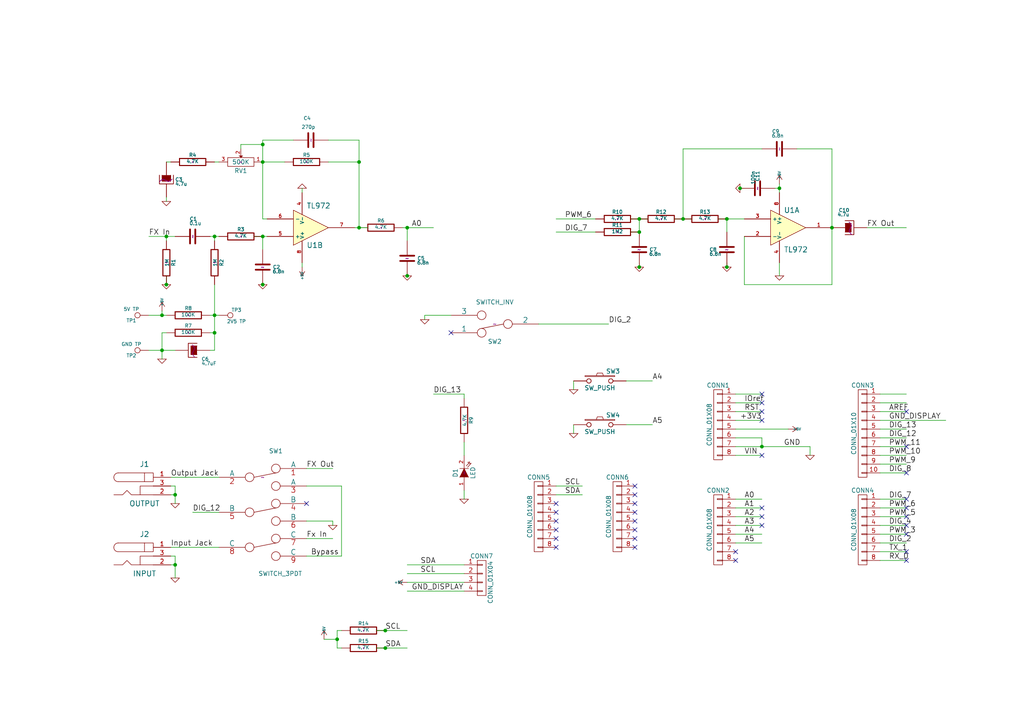
<source format=kicad_sch>
(kicad_sch (version 20211123) (generator eeschema)

  (uuid 0ba00421-1ba5-44f1-8056-c07da063197d)

  (paper "A4")

  (title_block
    (title "pedalSHIELD mega")
    (date "12 nov 2014")
    (rev "C")
    (company "www.ElectroSmash.com")
  )

  (lib_symbols
    (symbol "3pdt:SWITCH_3PDT" (pin_names (offset 0)) (in_bom yes) (on_board yes)
      (property "Reference" "SW" (id 0) (at -11.43 15.24 0)
        (effects (font (size 1.27 1.27)))
      )
      (property "Value" "SWITCH_3PDT" (id 1) (at 5.08 -17.78 0)
        (effects (font (size 1.27 1.27)))
      )
      (property "Footprint" "" (id 2) (at 0 10.16 0)
        (effects (font (size 1.524 1.524)))
      )
      (property "Datasheet" "" (id 3) (at 0 10.16 0)
        (effects (font (size 1.524 1.524)))
      )
      (symbol "SWITCH_3PDT_0_0"
        (circle (center -3.81 -10.16) (radius 1.27)
          (stroke (width 0) (type default) (color 0 0 0 0))
          (fill (type none))
        )
        (circle (center -3.81 0) (radius 1.27)
          (stroke (width 0) (type default) (color 0 0 0 0))
          (fill (type none))
        )
        (circle (center -3.81 10.16) (radius 1.27)
          (stroke (width 0) (type default) (color 0 0 0 0))
          (fill (type none))
        )
        (circle (center 3.81 -12.7) (radius 1.27)
          (stroke (width 0) (type default) (color 0 0 0 0))
          (fill (type none))
        )
        (circle (center 3.81 -2.54) (radius 1.27)
          (stroke (width 0) (type default) (color 0 0 0 0))
          (fill (type none))
        )
        (circle (center 3.81 7.62) (radius 1.27)
          (stroke (width 0) (type default) (color 0 0 0 0))
          (fill (type none))
        )
      )
      (symbol "SWITCH_3PDT_0_1"
        (polyline
          (pts
            (xy -2.54 -10.16)
            (xy 3.81 -8.89)
          )
          (stroke (width 0) (type default) (color 0 0 0 0))
          (fill (type none))
        )
        (polyline
          (pts
            (xy -2.54 0)
            (xy 3.81 1.27)
          )
          (stroke (width 0) (type default) (color 0 0 0 0))
          (fill (type none))
        )
        (polyline
          (pts
            (xy -2.54 10.16)
            (xy 3.81 11.43)
          )
          (stroke (width 0) (type default) (color 0 0 0 0))
          (fill (type none))
        )
        (circle (center 3.81 -7.62) (radius 1.27)
          (stroke (width 0) (type default) (color 0 0 0 0))
          (fill (type none))
        )
        (circle (center 3.81 2.54) (radius 1.27)
          (stroke (width 0) (type default) (color 0 0 0 0))
          (fill (type none))
        )
        (circle (center 3.81 12.7) (radius 1.27)
          (stroke (width 0) (type default) (color 0 0 0 0))
          (fill (type none))
        )
      )
      (symbol "SWITCH_3PDT_1_1"
        (pin passive line (at 12.7 12.7 180) (length 7.62)
          (name "A" (effects (font (size 1.524 1.524))))
          (number "1" (effects (font (size 1.524 1.524))))
        )
        (pin passive line (at -12.7 10.16 0) (length 7.62)
          (name "A" (effects (font (size 1.524 1.524))))
          (number "2" (effects (font (size 1.524 1.524))))
        )
        (pin passive line (at 12.7 7.62 180) (length 7.62)
          (name "A" (effects (font (size 1.524 1.524))))
          (number "3" (effects (font (size 1.524 1.524))))
        )
        (pin passive line (at 12.7 2.54 180) (length 7.62)
          (name "B" (effects (font (size 1.524 1.524))))
          (number "4" (effects (font (size 1.524 1.524))))
        )
        (pin passive line (at -12.7 0 0) (length 7.62)
          (name "B" (effects (font (size 1.524 1.524))))
          (number "5" (effects (font (size 1.524 1.524))))
        )
        (pin passive line (at 12.7 -2.54 180) (length 7.62)
          (name "B" (effects (font (size 1.524 1.524))))
          (number "6" (effects (font (size 1.524 1.524))))
        )
        (pin passive line (at 12.7 -7.62 180) (length 7.62)
          (name "C" (effects (font (size 1.524 1.524))))
          (number "7" (effects (font (size 1.524 1.524))))
        )
        (pin passive line (at -12.7 -10.16 0) (length 7.62)
          (name "C" (effects (font (size 1.524 1.524))))
          (number "8" (effects (font (size 1.524 1.524))))
        )
        (pin passive line (at 12.7 -12.7 180) (length 7.62)
          (name "C" (effects (font (size 1.524 1.524))))
          (number "9" (effects (font (size 1.524 1.524))))
        )
      )
    )
    (symbol "pedal-shield-cache:BARREL_JACK" (pin_names (offset 1.016)) (in_bom yes) (on_board yes)
      (property "Reference" "CON" (id 0) (at 0 6.35 0)
        (effects (font (size 1.524 1.524)))
      )
      (property "Value" "BARREL_JACK" (id 1) (at 0 -5.08 0)
        (effects (font (size 1.524 1.524)))
      )
      (property "Footprint" "" (id 2) (at 0 0 0)
        (effects (font (size 1.524 1.524)))
      )
      (property "Datasheet" "" (id 3) (at 0 0 0)
        (effects (font (size 1.524 1.524)))
      )
      (symbol "BARREL_JACK_0_1"
        (arc (start -8.89 2.54) (mid -8.5271 1.6254) (end -7.62 1.27)
          (stroke (width 0) (type default) (color 0 0 0 0))
          (fill (type none))
        )
        (arc (start -7.62 3.81) (mid -8.5088 3.4366) (end -8.89 2.54)
          (stroke (width 0) (type default) (color 0 0 0 0))
          (fill (type none))
        )
        (polyline
          (pts
            (xy -7.62 1.27)
            (xy 0 1.27)
          )
          (stroke (width 0) (type default) (color 0 0 0 0))
          (fill (type none))
        )
        (polyline
          (pts
            (xy 0 3.81)
            (xy -7.62 3.81)
          )
          (stroke (width 0) (type default) (color 0 0 0 0))
          (fill (type none))
        )
        (polyline
          (pts
            (xy 2.54 0)
            (xy -1.27 0)
            (xy -1.27 -2.54)
          )
          (stroke (width 0) (type default) (color 0 0 0 0))
          (fill (type none))
        )
        (polyline
          (pts
            (xy 2.54 -2.54)
            (xy -3.81 -2.54)
            (xy -5.08 -1.27)
            (xy -6.35 -2.54)
            (xy -8.89 -2.54)
          )
          (stroke (width 0) (type default) (color 0 0 0 0))
          (fill (type none))
        )
        (rectangle (start 2.54 3.81) (end 0 1.27)
          (stroke (width 0) (type default) (color 0 0 0 0))
          (fill (type none))
        )
      )
      (symbol "BARREL_JACK_1_1"
        (pin passive line (at 7.62 2.54 180) (length 5.08)
          (name "~" (effects (font (size 1.27 1.27))))
          (number "1" (effects (font (size 1.27 1.27))))
        )
        (pin passive line (at 7.62 -2.54 180) (length 5.08)
          (name "~" (effects (font (size 1.27 1.27))))
          (number "2" (effects (font (size 1.27 1.27))))
        )
        (pin passive line (at 7.62 0 180) (length 5.08)
          (name "~" (effects (font (size 1.27 1.27))))
          (number "3" (effects (font (size 1.27 1.27))))
        )
      )
    )
    (symbol "pedal-shield-cache:CAPAPOL" (pin_numbers hide) (pin_names (offset 0.254) hide) (in_bom yes) (on_board yes)
      (property "Reference" "C" (id 0) (at 1.27 2.54 0)
        (effects (font (size 1.016 1.016)) (justify left))
      )
      (property "Value" "CAPAPOL" (id 1) (at 1.27 -2.54 0)
        (effects (font (size 1.016 1.016)) (justify left))
      )
      (property "Footprint" "" (id 2) (at 2.54 -3.81 0)
        (effects (font (size 0.762 0.762)))
      )
      (property "Datasheet" "" (id 3) (at 0 0 0)
        (effects (font (size 7.62 7.62)))
      )
      (property "ki_fp_filters" "CP* SM*" (id 4) (at 0 0 0)
        (effects (font (size 1.27 1.27)) hide)
      )
      (symbol "CAPAPOL_0_1"
        (polyline
          (pts
            (xy -2.032 1.27)
            (xy -2.032 -1.27)
            (xy 2.032 -1.27)
            (xy 2.032 1.27)
          )
          (stroke (width 0.2032) (type default) (color 0 0 0 0))
          (fill (type none))
        )
        (polyline
          (pts
            (xy -1.27 1.27)
            (xy -1.27 -0.508)
            (xy 1.27 -0.508)
            (xy 1.27 1.27)
          )
          (stroke (width 0) (type default) (color 0 0 0 0))
          (fill (type outline))
        )
      )
      (symbol "CAPAPOL_1_1"
        (pin passive line (at 0 5.08 270) (length 3.81)
          (name "~" (effects (font (size 1.016 1.016))))
          (number "1" (effects (font (size 1.016 1.016))))
        )
        (pin passive line (at 0 -5.08 90) (length 3.81)
          (name "~" (effects (font (size 1.016 1.016))))
          (number "2" (effects (font (size 1.016 1.016))))
        )
      )
    )
    (symbol "pedal-shield-cache:TEST_POINT" (pin_numbers hide) (pin_names (offset 0.762) hide) (in_bom yes) (on_board yes)
      (property "Reference" "TP" (id 0) (at 0 1.524 0)
        (effects (font (size 1.016 1.016)))
      )
      (property "Value" "TEST_POINT" (id 1) (at 0 -1.778 0)
        (effects (font (size 1.016 1.016)))
      )
      (property "Footprint" "" (id 2) (at 0 0 0)
        (effects (font (size 1.524 1.524)))
      )
      (property "Datasheet" "" (id 3) (at 0 0 0)
        (effects (font (size 1.524 1.524)))
      )
      (symbol "TEST_POINT_0_1"
        (circle (center -1.778 0) (radius 0.762)
          (stroke (width 0) (type default) (color 0 0 0 0))
          (fill (type none))
        )
        (pin passive line (at -5.08 0 0) (length 2.54)
          (name "1" (effects (font (size 1.524 1.524))))
          (number "1" (effects (font (size 1.524 1.524))))
        )
      )
    )
    (symbol "pedalSHIELD_mega-rescue:+5V" (power) (pin_names (offset 0)) (in_bom yes) (on_board yes)
      (property "Reference" "#PWR" (id 0) (at 0 -3.81 0)
        (effects (font (size 1.27 1.27)) hide)
      )
      (property "Value" "+5V" (id 1) (at 0 3.556 0)
        (effects (font (size 1.27 1.27)))
      )
      (property "Footprint" "" (id 2) (at 0 0 0)
        (effects (font (size 1.27 1.27)) hide)
      )
      (property "Datasheet" "" (id 3) (at 0 0 0)
        (effects (font (size 1.27 1.27)) hide)
      )
      (symbol "+5V_0_1"
        (polyline
          (pts
            (xy -0.762 1.27)
            (xy 0 2.54)
          )
          (stroke (width 0) (type default) (color 0 0 0 0))
          (fill (type none))
        )
        (polyline
          (pts
            (xy 0 0)
            (xy 0 2.54)
          )
          (stroke (width 0) (type default) (color 0 0 0 0))
          (fill (type none))
        )
        (polyline
          (pts
            (xy 0 2.54)
            (xy 0.762 1.27)
          )
          (stroke (width 0) (type default) (color 0 0 0 0))
          (fill (type none))
        )
      )
      (symbol "+5V_1_1"
        (pin power_in line (at 0 0 90) (length 0) hide
          (name "+5V" (effects (font (size 1.27 1.27))))
          (number "1" (effects (font (size 1.27 1.27))))
        )
      )
    )
    (symbol "pedalSHIELD_mega-rescue:C-RESCUE-pedalSHIELD_mega" (pin_numbers hide) (pin_names (offset 0.254)) (in_bom yes) (on_board yes)
      (property "Reference" "C" (id 0) (at 0 2.54 0)
        (effects (font (size 1.016 1.016)) (justify left))
      )
      (property "Value" "C-RESCUE-pedalSHIELD_mega" (id 1) (at 0.1524 -2.159 0)
        (effects (font (size 1.016 1.016)) (justify left))
      )
      (property "Footprint" "" (id 2) (at 0.9652 -3.81 0)
        (effects (font (size 0.762 0.762)))
      )
      (property "Datasheet" "" (id 3) (at 0 0 0)
        (effects (font (size 1.524 1.524)))
      )
      (property "ki_fp_filters" "SM* C? C1-1" (id 4) (at 0 0 0)
        (effects (font (size 1.27 1.27)) hide)
      )
      (symbol "C-RESCUE-pedalSHIELD_mega_0_1"
        (polyline
          (pts
            (xy -2.032 -0.762)
            (xy 2.032 -0.762)
          )
          (stroke (width 0.508) (type default) (color 0 0 0 0))
          (fill (type none))
        )
        (polyline
          (pts
            (xy -2.032 0.762)
            (xy 2.032 0.762)
          )
          (stroke (width 0.508) (type default) (color 0 0 0 0))
          (fill (type none))
        )
      )
      (symbol "C-RESCUE-pedalSHIELD_mega_1_1"
        (pin passive line (at 0 5.08 270) (length 4.318)
          (name "~" (effects (font (size 1.016 1.016))))
          (number "1" (effects (font (size 1.016 1.016))))
        )
        (pin passive line (at 0 -5.08 90) (length 4.318)
          (name "~" (effects (font (size 1.016 1.016))))
          (number "2" (effects (font (size 1.016 1.016))))
        )
      )
    )
    (symbol "pedalSHIELD_mega-rescue:CONN_01X04" (pin_names (offset 1.016) hide) (in_bom yes) (on_board yes)
      (property "Reference" "P" (id 0) (at 0 6.35 0)
        (effects (font (size 1.27 1.27)))
      )
      (property "Value" "CONN_01X04" (id 1) (at 2.54 0 90)
        (effects (font (size 1.27 1.27)))
      )
      (property "Footprint" "" (id 2) (at 0 0 0)
        (effects (font (size 1.524 1.524)))
      )
      (property "Datasheet" "" (id 3) (at 0 0 0)
        (effects (font (size 1.524 1.524)))
      )
      (property "ki_fp_filters" "Pin_Header_Straight_1X04 Pin_Header_Angled_1X04 Socket_Strip_Straight_1X04 Socket_Strip_Angled_1X04" (id 4) (at 0 0 0)
        (effects (font (size 1.27 1.27)) hide)
      )
      (symbol "CONN_01X04_0_1"
        (rectangle (start -1.27 -3.683) (end 0.254 -3.937)
          (stroke (width 0) (type default) (color 0 0 0 0))
          (fill (type none))
        )
        (rectangle (start -1.27 -1.143) (end 0.254 -1.397)
          (stroke (width 0) (type default) (color 0 0 0 0))
          (fill (type none))
        )
        (rectangle (start -1.27 1.397) (end 0.254 1.143)
          (stroke (width 0) (type default) (color 0 0 0 0))
          (fill (type none))
        )
        (rectangle (start -1.27 3.937) (end 0.254 3.683)
          (stroke (width 0) (type default) (color 0 0 0 0))
          (fill (type none))
        )
        (rectangle (start -1.27 5.08) (end 1.27 -5.08)
          (stroke (width 0) (type default) (color 0 0 0 0))
          (fill (type none))
        )
      )
      (symbol "CONN_01X04_1_1"
        (pin passive line (at -5.08 3.81 0) (length 3.81)
          (name "P1" (effects (font (size 1.27 1.27))))
          (number "1" (effects (font (size 1.27 1.27))))
        )
        (pin passive line (at -5.08 1.27 0) (length 3.81)
          (name "P2" (effects (font (size 1.27 1.27))))
          (number "2" (effects (font (size 1.27 1.27))))
        )
        (pin passive line (at -5.08 -1.27 0) (length 3.81)
          (name "P3" (effects (font (size 1.27 1.27))))
          (number "3" (effects (font (size 1.27 1.27))))
        )
        (pin passive line (at -5.08 -3.81 0) (length 3.81)
          (name "P4" (effects (font (size 1.27 1.27))))
          (number "4" (effects (font (size 1.27 1.27))))
        )
      )
    )
    (symbol "pedalSHIELD_mega-rescue:CONN_01X08" (pin_names (offset 1.016) hide) (in_bom yes) (on_board yes)
      (property "Reference" "P" (id 0) (at 0 11.43 0)
        (effects (font (size 1.27 1.27)))
      )
      (property "Value" "CONN_01X08" (id 1) (at 2.54 0 90)
        (effects (font (size 1.27 1.27)))
      )
      (property "Footprint" "" (id 2) (at 0 0 0)
        (effects (font (size 1.524 1.524)))
      )
      (property "Datasheet" "" (id 3) (at 0 0 0)
        (effects (font (size 1.524 1.524)))
      )
      (property "ki_fp_filters" "Pin_Header_Straight_1X08 Pin_Header_Angled_1X08 Socket_Strip_Straight_1X08 Socket_Strip_Angled_1X08" (id 4) (at 0 0 0)
        (effects (font (size 1.27 1.27)) hide)
      )
      (symbol "CONN_01X08_0_1"
        (rectangle (start -1.27 -10.16) (end 1.27 10.16)
          (stroke (width 0) (type default) (color 0 0 0 0))
          (fill (type none))
        )
        (rectangle (start -1.27 -8.763) (end 0.254 -9.017)
          (stroke (width 0) (type default) (color 0 0 0 0))
          (fill (type none))
        )
        (rectangle (start -1.27 -6.223) (end 0.254 -6.477)
          (stroke (width 0) (type default) (color 0 0 0 0))
          (fill (type none))
        )
        (rectangle (start -1.27 -3.683) (end 0.254 -3.937)
          (stroke (width 0) (type default) (color 0 0 0 0))
          (fill (type none))
        )
        (rectangle (start -1.27 -1.143) (end 0.254 -1.397)
          (stroke (width 0) (type default) (color 0 0 0 0))
          (fill (type none))
        )
        (rectangle (start -1.27 1.397) (end 0.254 1.143)
          (stroke (width 0) (type default) (color 0 0 0 0))
          (fill (type none))
        )
        (rectangle (start -1.27 3.937) (end 0.254 3.683)
          (stroke (width 0) (type default) (color 0 0 0 0))
          (fill (type none))
        )
        (rectangle (start -1.27 6.477) (end 0.254 6.223)
          (stroke (width 0) (type default) (color 0 0 0 0))
          (fill (type none))
        )
        (rectangle (start -1.27 9.017) (end 0.254 8.763)
          (stroke (width 0) (type default) (color 0 0 0 0))
          (fill (type none))
        )
      )
      (symbol "CONN_01X08_1_1"
        (pin passive line (at -5.08 8.89 0) (length 3.81)
          (name "P1" (effects (font (size 1.27 1.27))))
          (number "1" (effects (font (size 1.27 1.27))))
        )
        (pin passive line (at -5.08 6.35 0) (length 3.81)
          (name "P2" (effects (font (size 1.27 1.27))))
          (number "2" (effects (font (size 1.27 1.27))))
        )
        (pin passive line (at -5.08 3.81 0) (length 3.81)
          (name "P3" (effects (font (size 1.27 1.27))))
          (number "3" (effects (font (size 1.27 1.27))))
        )
        (pin passive line (at -5.08 1.27 0) (length 3.81)
          (name "P4" (effects (font (size 1.27 1.27))))
          (number "4" (effects (font (size 1.27 1.27))))
        )
        (pin passive line (at -5.08 -1.27 0) (length 3.81)
          (name "P5" (effects (font (size 1.27 1.27))))
          (number "5" (effects (font (size 1.27 1.27))))
        )
        (pin passive line (at -5.08 -3.81 0) (length 3.81)
          (name "P6" (effects (font (size 1.27 1.27))))
          (number "6" (effects (font (size 1.27 1.27))))
        )
        (pin passive line (at -5.08 -6.35 0) (length 3.81)
          (name "P7" (effects (font (size 1.27 1.27))))
          (number "7" (effects (font (size 1.27 1.27))))
        )
        (pin passive line (at -5.08 -8.89 0) (length 3.81)
          (name "P8" (effects (font (size 1.27 1.27))))
          (number "8" (effects (font (size 1.27 1.27))))
        )
      )
    )
    (symbol "pedalSHIELD_mega-rescue:CONN_01X10" (pin_names (offset 1.016) hide) (in_bom yes) (on_board yes)
      (property "Reference" "P" (id 0) (at 0 13.97 0)
        (effects (font (size 1.27 1.27)))
      )
      (property "Value" "CONN_01X10" (id 1) (at 2.54 0 90)
        (effects (font (size 1.27 1.27)))
      )
      (property "Footprint" "" (id 2) (at 0 0 0)
        (effects (font (size 1.524 1.524)))
      )
      (property "Datasheet" "" (id 3) (at 0 0 0)
        (effects (font (size 1.524 1.524)))
      )
      (property "ki_fp_filters" "Pin_Header_Straight_1X10 Pin_Header_Angled_1X10 Socket_Strip_Straight_1X10 Socket_Strip_Angled_1X10" (id 4) (at 0 0 0)
        (effects (font (size 1.27 1.27)) hide)
      )
      (symbol "CONN_01X10_0_1"
        (rectangle (start -1.27 -11.303) (end 0.254 -11.557)
          (stroke (width 0) (type default) (color 0 0 0 0))
          (fill (type none))
        )
        (rectangle (start -1.27 -8.763) (end 0.254 -9.017)
          (stroke (width 0) (type default) (color 0 0 0 0))
          (fill (type none))
        )
        (rectangle (start -1.27 -6.223) (end 0.254 -6.477)
          (stroke (width 0) (type default) (color 0 0 0 0))
          (fill (type none))
        )
        (rectangle (start -1.27 -3.683) (end 0.254 -3.937)
          (stroke (width 0) (type default) (color 0 0 0 0))
          (fill (type none))
        )
        (rectangle (start -1.27 -1.143) (end 0.254 -1.397)
          (stroke (width 0) (type default) (color 0 0 0 0))
          (fill (type none))
        )
        (rectangle (start -1.27 1.397) (end 0.254 1.143)
          (stroke (width 0) (type default) (color 0 0 0 0))
          (fill (type none))
        )
        (rectangle (start -1.27 3.937) (end 0.254 3.683)
          (stroke (width 0) (type default) (color 0 0 0 0))
          (fill (type none))
        )
        (rectangle (start -1.27 6.477) (end 0.254 6.223)
          (stroke (width 0) (type default) (color 0 0 0 0))
          (fill (type none))
        )
        (rectangle (start -1.27 9.017) (end 0.254 8.763)
          (stroke (width 0) (type default) (color 0 0 0 0))
          (fill (type none))
        )
        (rectangle (start -1.27 11.557) (end 0.254 11.303)
          (stroke (width 0) (type default) (color 0 0 0 0))
          (fill (type none))
        )
        (rectangle (start -1.27 12.7) (end 1.27 -12.7)
          (stroke (width 0) (type default) (color 0 0 0 0))
          (fill (type none))
        )
      )
      (symbol "CONN_01X10_1_1"
        (pin passive line (at -5.08 11.43 0) (length 3.81)
          (name "P1" (effects (font (size 1.27 1.27))))
          (number "1" (effects (font (size 1.27 1.27))))
        )
        (pin passive line (at -5.08 -11.43 0) (length 3.81)
          (name "P10" (effects (font (size 1.27 1.27))))
          (number "10" (effects (font (size 1.27 1.27))))
        )
        (pin passive line (at -5.08 8.89 0) (length 3.81)
          (name "P2" (effects (font (size 1.27 1.27))))
          (number "2" (effects (font (size 1.27 1.27))))
        )
        (pin passive line (at -5.08 6.35 0) (length 3.81)
          (name "P3" (effects (font (size 1.27 1.27))))
          (number "3" (effects (font (size 1.27 1.27))))
        )
        (pin passive line (at -5.08 3.81 0) (length 3.81)
          (name "P4" (effects (font (size 1.27 1.27))))
          (number "4" (effects (font (size 1.27 1.27))))
        )
        (pin passive line (at -5.08 1.27 0) (length 3.81)
          (name "P5" (effects (font (size 1.27 1.27))))
          (number "5" (effects (font (size 1.27 1.27))))
        )
        (pin passive line (at -5.08 -1.27 0) (length 3.81)
          (name "P6" (effects (font (size 1.27 1.27))))
          (number "6" (effects (font (size 1.27 1.27))))
        )
        (pin passive line (at -5.08 -3.81 0) (length 3.81)
          (name "P7" (effects (font (size 1.27 1.27))))
          (number "7" (effects (font (size 1.27 1.27))))
        )
        (pin passive line (at -5.08 -6.35 0) (length 3.81)
          (name "P8" (effects (font (size 1.27 1.27))))
          (number "8" (effects (font (size 1.27 1.27))))
        )
        (pin passive line (at -5.08 -8.89 0) (length 3.81)
          (name "P9" (effects (font (size 1.27 1.27))))
          (number "9" (effects (font (size 1.27 1.27))))
        )
      )
    )
    (symbol "pedalSHIELD_mega-rescue:GND-RESCUE-pedalSHIELD_mega" (power) (pin_names (offset 0)) (in_bom yes) (on_board yes)
      (property "Reference" "#PWR" (id 0) (at 0 0 0)
        (effects (font (size 0.762 0.762)) hide)
      )
      (property "Value" "GND-RESCUE-pedalSHIELD_mega" (id 1) (at 0 -1.778 0)
        (effects (font (size 0.762 0.762)) hide)
      )
      (property "Footprint" "" (id 2) (at 0 0 0)
        (effects (font (size 1.524 1.524)) hide)
      )
      (property "Datasheet" "" (id 3) (at 0 0 0)
        (effects (font (size 1.524 1.524)) hide)
      )
      (symbol "GND-RESCUE-pedalSHIELD_mega_0_1"
        (polyline
          (pts
            (xy -1.27 0)
            (xy 0 -1.27)
            (xy 1.27 0)
            (xy -1.27 0)
          )
          (stroke (width 0) (type default) (color 0 0 0 0))
          (fill (type none))
        )
      )
      (symbol "GND-RESCUE-pedalSHIELD_mega_1_1"
        (pin power_in line (at 0 0 90) (length 0) hide
          (name "GND" (effects (font (size 0.762 0.762))))
          (number "1" (effects (font (size 0.762 0.762))))
        )
      )
    )
    (symbol "pedalSHIELD_mega-rescue:LED-RESCUE-pedalSHIELD_mega" (pin_names (offset 1.016) hide) (in_bom yes) (on_board yes)
      (property "Reference" "D" (id 0) (at 0 2.54 0)
        (effects (font (size 1.27 1.27)))
      )
      (property "Value" "LED-RESCUE-pedalSHIELD_mega" (id 1) (at 0 -2.54 0)
        (effects (font (size 1.27 1.27)))
      )
      (property "Footprint" "" (id 2) (at 0 0 0)
        (effects (font (size 1.524 1.524)))
      )
      (property "Datasheet" "" (id 3) (at 0 0 0)
        (effects (font (size 1.524 1.524)))
      )
      (property "ki_fp_filters" "LED-3MM LED-5MM LED-10MM LED-0603 LED-0805 LED-1206 LEDV" (id 4) (at 0 0 0)
        (effects (font (size 1.27 1.27)) hide)
      )
      (symbol "LED-RESCUE-pedalSHIELD_mega_0_1"
        (polyline
          (pts
            (xy 1.27 1.27)
            (xy 1.27 -1.27)
          )
          (stroke (width 0) (type default) (color 0 0 0 0))
          (fill (type none))
        )
        (polyline
          (pts
            (xy -1.27 1.27)
            (xy 1.27 0)
            (xy -1.27 -1.27)
          )
          (stroke (width 0) (type default) (color 0 0 0 0))
          (fill (type outline))
        )
        (polyline
          (pts
            (xy 1.651 -1.016)
            (xy 2.794 -2.032)
            (xy 2.667 -1.397)
          )
          (stroke (width 0) (type default) (color 0 0 0 0))
          (fill (type none))
        )
        (polyline
          (pts
            (xy 2.032 -0.635)
            (xy 3.175 -1.651)
            (xy 3.048 -1.016)
          )
          (stroke (width 0) (type default) (color 0 0 0 0))
          (fill (type none))
        )
      )
      (symbol "LED-RESCUE-pedalSHIELD_mega_1_1"
        (pin passive line (at -5.08 0 0) (length 3.81)
          (name "A" (effects (font (size 1.016 1.016))))
          (number "1" (effects (font (size 1.016 1.016))))
        )
        (pin passive line (at 5.08 0 180) (length 3.81)
          (name "K" (effects (font (size 1.016 1.016))))
          (number "2" (effects (font (size 1.016 1.016))))
        )
      )
    )
    (symbol "pedalSHIELD_mega-rescue:POT-RESCUE-pedalSHIELD_mega" (pin_names (offset 1.016) hide) (in_bom yes) (on_board yes)
      (property "Reference" "RV" (id 0) (at 0 -2.54 0)
        (effects (font (size 1.27 1.27)))
      )
      (property "Value" "POT-RESCUE-pedalSHIELD_mega" (id 1) (at 0 0 0)
        (effects (font (size 1.27 1.27)))
      )
      (property "Footprint" "" (id 2) (at 0 0 0)
        (effects (font (size 1.524 1.524)))
      )
      (property "Datasheet" "" (id 3) (at 0 0 0)
        (effects (font (size 1.524 1.524)))
      )
      (symbol "POT-RESCUE-pedalSHIELD_mega_0_1"
        (rectangle (start -3.81 1.27) (end 3.81 -1.27)
          (stroke (width 0) (type default) (color 0 0 0 0))
          (fill (type none))
        )
        (polyline
          (pts
            (xy 0 1.27)
            (xy -0.508 1.778)
            (xy 0.508 1.778)
          )
          (stroke (width 0) (type default) (color 0 0 0 0))
          (fill (type outline))
        )
      )
      (symbol "POT-RESCUE-pedalSHIELD_mega_1_1"
        (pin passive line (at -6.35 0 0) (length 2.54)
          (name "1" (effects (font (size 1.016 1.016))))
          (number "1" (effects (font (size 1.016 1.016))))
        )
        (pin passive line (at 0 3.81 270) (length 2.032)
          (name "2" (effects (font (size 1.016 1.016))))
          (number "2" (effects (font (size 1.016 1.016))))
        )
        (pin passive line (at 6.35 0 180) (length 2.54)
          (name "3" (effects (font (size 1.016 1.016))))
          (number "3" (effects (font (size 1.016 1.016))))
        )
      )
    )
    (symbol "pedalSHIELD_mega-rescue:R-RESCUE-pedalSHIELD_mega" (pin_numbers hide) (pin_names (offset 0)) (in_bom yes) (on_board yes)
      (property "Reference" "R" (id 0) (at 2.032 0 90)
        (effects (font (size 1.016 1.016)))
      )
      (property "Value" "R-RESCUE-pedalSHIELD_mega" (id 1) (at 0.1778 0.0254 90)
        (effects (font (size 1.016 1.016)))
      )
      (property "Footprint" "" (id 2) (at -1.778 0 90)
        (effects (font (size 0.762 0.762)))
      )
      (property "Datasheet" "" (id 3) (at 0 0 0)
        (effects (font (size 0.762 0.762)))
      )
      (property "ki_fp_filters" "R? SM0603 SM0805 R?-* SM1206" (id 4) (at 0 0 0)
        (effects (font (size 1.27 1.27)) hide)
      )
      (symbol "R-RESCUE-pedalSHIELD_mega_0_1"
        (rectangle (start -1.016 3.81) (end 1.016 -3.81)
          (stroke (width 0.3048) (type default) (color 0 0 0 0))
          (fill (type none))
        )
      )
      (symbol "R-RESCUE-pedalSHIELD_mega_1_1"
        (pin passive line (at 0 6.35 270) (length 2.54)
          (name "~" (effects (font (size 1.524 1.524))))
          (number "1" (effects (font (size 1.524 1.524))))
        )
        (pin passive line (at 0 -6.35 90) (length 2.54)
          (name "~" (effects (font (size 1.524 1.524))))
          (number "2" (effects (font (size 1.524 1.524))))
        )
      )
    )
    (symbol "pedalSHIELD_mega-rescue:SWITCH_INV" (pin_numbers hide) (pin_names (offset 0)) (in_bom yes) (on_board yes)
      (property "Reference" "SW" (id 0) (at -5.08 3.81 0)
        (effects (font (size 1.27 1.27)))
      )
      (property "Value" "SWITCH_INV" (id 1) (at -3.81 -3.81 0)
        (effects (font (size 1.27 1.27)))
      )
      (property "Footprint" "" (id 2) (at 0 0 0)
        (effects (font (size 1.524 1.524)))
      )
      (property "Datasheet" "" (id 3) (at 0 0 0)
        (effects (font (size 1.524 1.524)))
      )
      (symbol "SWITCH_INV_0_0"
        (circle (center -3.81 0) (radius 1.27)
          (stroke (width 0) (type default) (color 0 0 0 0))
          (fill (type none))
        )
        (circle (center 3.81 -2.54) (radius 1.27)
          (stroke (width 0) (type default) (color 0 0 0 0))
          (fill (type none))
        )
      )
      (symbol "SWITCH_INV_0_1"
        (polyline
          (pts
            (xy -2.54 0)
            (xy 3.81 1.27)
          )
          (stroke (width 0) (type default) (color 0 0 0 0))
          (fill (type none))
        )
        (circle (center 3.81 2.54) (radius 1.27)
          (stroke (width 0) (type default) (color 0 0 0 0))
          (fill (type none))
        )
      )
      (symbol "SWITCH_INV_1_1"
        (pin passive line (at 12.7 2.54 180) (length 7.62)
          (name "1" (effects (font (size 1.524 1.524))))
          (number "1" (effects (font (size 1.524 1.524))))
        )
        (pin passive line (at -12.7 0 0) (length 7.62)
          (name "2" (effects (font (size 1.524 1.524))))
          (number "2" (effects (font (size 1.524 1.524))))
        )
        (pin passive line (at 12.7 -2.54 180) (length 7.62)
          (name "3" (effects (font (size 1.524 1.524))))
          (number "3" (effects (font (size 1.524 1.524))))
        )
      )
    )
    (symbol "pedalSHIELD_mega-rescue:SW_PUSH" (pin_numbers hide) (pin_names (offset 1.016) hide) (in_bom yes) (on_board yes)
      (property "Reference" "SW" (id 0) (at 3.81 2.794 0)
        (effects (font (size 1.27 1.27)))
      )
      (property "Value" "SW_PUSH" (id 1) (at 0 -2.032 0)
        (effects (font (size 1.27 1.27)))
      )
      (property "Footprint" "" (id 2) (at 0 0 0)
        (effects (font (size 1.524 1.524)))
      )
      (property "Datasheet" "" (id 3) (at 0 0 0)
        (effects (font (size 1.524 1.524)))
      )
      (symbol "SW_PUSH_0_1"
        (rectangle (start -4.318 1.27) (end 4.318 1.524)
          (stroke (width 0) (type default) (color 0 0 0 0))
          (fill (type none))
        )
        (polyline
          (pts
            (xy -1.016 1.524)
            (xy -0.762 2.286)
            (xy 0.762 2.286)
            (xy 1.016 1.524)
          )
          (stroke (width 0) (type default) (color 0 0 0 0))
          (fill (type none))
        )
        (pin passive inverted (at -7.62 0 0) (length 5.08)
          (name "1" (effects (font (size 1.524 1.524))))
          (number "1" (effects (font (size 1.524 1.524))))
        )
        (pin passive inverted (at 7.62 0 180) (length 5.08)
          (name "2" (effects (font (size 1.524 1.524))))
          (number "2" (effects (font (size 1.524 1.524))))
        )
      )
    )
    (symbol "pedalSHIELD_mega-rescue:TL072-RESCUE-pedalSHIELD_mega" (in_bom yes) (on_board yes)
      (property "Reference" "U" (id 0) (at -1.27 5.08 0)
        (effects (font (size 1.524 1.524)) (justify left))
      )
      (property "Value" "TL072-RESCUE-pedalSHIELD_mega" (id 1) (at -1.27 -6.35 0)
        (effects (font (size 1.524 1.524)) (justify left))
      )
      (property "Footprint" "" (id 2) (at 0 0 0)
        (effects (font (size 1.524 1.524)))
      )
      (property "Datasheet" "" (id 3) (at 0 0 0)
        (effects (font (size 1.524 1.524)))
      )
      (symbol "TL072-RESCUE-pedalSHIELD_mega_0_1"
        (polyline
          (pts
            (xy -5.08 5.08)
            (xy 5.08 0)
            (xy -5.08 -5.08)
            (xy -5.08 5.08)
          )
          (stroke (width 0.1524) (type default) (color 0 0 0 0))
          (fill (type background))
        )
        (pin power_in line (at -2.54 -10.16 90) (length 6.35)
          (name "V-" (effects (font (size 1.016 1.016))))
          (number "4" (effects (font (size 1.016 1.016))))
        )
        (pin power_in line (at -2.54 10.16 270) (length 6.35)
          (name "V+" (effects (font (size 1.016 1.016))))
          (number "8" (effects (font (size 1.016 1.016))))
        )
      )
      (symbol "TL072-RESCUE-pedalSHIELD_mega_1_1"
        (pin output line (at 12.7 0 180) (length 7.62)
          (name "~" (effects (font (size 1.016 1.016))))
          (number "1" (effects (font (size 1.016 1.016))))
        )
        (pin input line (at -12.7 -2.54 0) (length 7.62)
          (name "-" (effects (font (size 1.016 1.016))))
          (number "2" (effects (font (size 1.016 1.016))))
        )
        (pin input line (at -12.7 2.54 0) (length 7.62)
          (name "+" (effects (font (size 1.016 1.016))))
          (number "3" (effects (font (size 1.016 1.016))))
        )
      )
      (symbol "TL072-RESCUE-pedalSHIELD_mega_2_1"
        (pin input line (at -12.7 2.54 0) (length 7.62)
          (name "+" (effects (font (size 1.016 1.016))))
          (number "5" (effects (font (size 1.016 1.016))))
        )
        (pin input line (at -12.7 -2.54 0) (length 7.62)
          (name "-" (effects (font (size 1.016 1.016))))
          (number "6" (effects (font (size 1.016 1.016))))
        )
        (pin output line (at 12.7 0 180) (length 7.62)
          (name "~" (effects (font (size 1.016 1.016))))
          (number "7" (effects (font (size 1.016 1.016))))
        )
      )
    )
  )

  (junction (at 104.14 66.04) (diameter 0) (color 0 0 0 0)
    (uuid 054aafa2-317e-486c-85cd-1c32970cb2a5)
  )
  (junction (at 210.82 77.47) (diameter 0) (color 0 0 0 0)
    (uuid 08580a4b-0e6f-4999-aeae-1ca08aa61dce)
  )
  (junction (at 214.63 54.61) (diameter 0) (color 0 0 0 0)
    (uuid 13ec2019-45c1-4956-be5f-47dca46d078e)
  )
  (junction (at 185.42 67.31) (diameter 0) (color 0 0 0 0)
    (uuid 160f1503-067d-4774-92d4-7d77edabfd05)
  )
  (junction (at 50.8 163.83) (diameter 0) (color 0 0 0 0)
    (uuid 16c44a1d-5ccc-475a-b806-b5c27c3b460d)
  )
  (junction (at 210.82 63.5) (diameter 0) (color 0 0 0 0)
    (uuid 18e150c0-83f6-4ad4-8f8c-81c5d62b38a5)
  )
  (junction (at 62.23 68.58) (diameter 0) (color 0 0 0 0)
    (uuid 19289e36-ddac-43f6-bd58-bb6bff8bbe32)
  )
  (junction (at 185.42 77.47) (diameter 0) (color 0 0 0 0)
    (uuid 1ef7aeec-8738-4880-8fd2-6f9f934b1d6e)
  )
  (junction (at 226.06 54.61) (diameter 0) (color 0 0 0 0)
    (uuid 28ef6b68-e646-4fcf-a60f-2b6f46a24a95)
  )
  (junction (at 46.99 91.44) (diameter 0) (color 0 0 0 0)
    (uuid 29988a8d-5bcb-41d7-a9d0-89e4e4b6247d)
  )
  (junction (at 111.76 182.88) (diameter 0) (color 0 0 0 0)
    (uuid 376087fd-2c44-43ae-bb87-27f1554d512e)
  )
  (junction (at 48.26 68.58) (diameter 0) (color 0 0 0 0)
    (uuid 41a5c2e2-88b6-4fec-ad6e-cec7891a4741)
  )
  (junction (at 97.79 185.42) (diameter 0) (color 0 0 0 0)
    (uuid 52a4921d-58f1-41e2-82d7-66d607159b80)
  )
  (junction (at 62.23 91.44) (diameter 0) (color 0 0 0 0)
    (uuid 547faffb-35c4-421d-b497-70e3cc03182a)
  )
  (junction (at 220.98 129.54) (diameter 0) (color 0 0 0 0)
    (uuid 590e44da-baba-467a-a862-0678ea4b6cd5)
  )
  (junction (at 241.3 66.04) (diameter 0) (color 0 0 0 0)
    (uuid 5c96fd4f-ae7e-46e3-8f29-d0c566644e91)
  )
  (junction (at 48.26 82.55) (diameter 0) (color 0 0 0 0)
    (uuid 5eb963d1-cfa6-4377-9355-1229941de62e)
  )
  (junction (at 185.42 63.5) (diameter 0) (color 0 0 0 0)
    (uuid 69b26458-e28c-48be-a088-0ea8102ac6ae)
  )
  (junction (at 50.8 143.51) (diameter 0) (color 0 0 0 0)
    (uuid 7d648b87-903c-4138-bebb-711ddcd5e498)
  )
  (junction (at 198.12 63.5) (diameter 0) (color 0 0 0 0)
    (uuid 95cacde4-2267-4c2b-b33f-5e8d65b1ce82)
  )
  (junction (at 118.11 80.01) (diameter 0) (color 0 0 0 0)
    (uuid 96283fd8-1192-442a-a4dc-57e4f5e8e5eb)
  )
  (junction (at 111.76 187.96) (diameter 0) (color 0 0 0 0)
    (uuid b5bd29a7-f7a4-423a-aaae-66da0188e797)
  )
  (junction (at 104.14 46.99) (diameter 0) (color 0 0 0 0)
    (uuid bc39ff2f-7a03-4802-84ca-ef0579c22833)
  )
  (junction (at 76.2 41.91) (diameter 0) (color 0 0 0 0)
    (uuid ccac0007-ca68-4314-b030-76980e5ab3ee)
  )
  (junction (at 46.99 101.6) (diameter 0) (color 0 0 0 0)
    (uuid d0126dc0-6fda-4fba-974b-eb35e26bfbe9)
  )
  (junction (at 62.23 96.52) (diameter 0) (color 0 0 0 0)
    (uuid d5f7ea4e-a2c4-4538-8f68-8c7b60ebae5c)
  )
  (junction (at 76.2 46.99) (diameter 0) (color 0 0 0 0)
    (uuid e23364b1-f034-42ba-8ff8-1527c4e44676)
  )
  (junction (at 76.2 82.55) (diameter 0) (color 0 0 0 0)
    (uuid f36eab23-18a0-43df-9d73-1ad7dbf6ec37)
  )
  (junction (at 118.11 66.04) (diameter 0) (color 0 0 0 0)
    (uuid ff7c5127-b41b-4515-a8ee-a5ec2f44e204)
  )
  (junction (at 76.2 68.58) (diameter 0) (color 0 0 0 0)
    (uuid ff7fd890-6de0-45e8-8bb9-24dc0abbb909)
  )

  (no_connect (at 220.98 119.38) (uuid 042d754b-7272-4742-a8fa-bd74e2920277))
  (no_connect (at 161.29 146.05) (uuid 049361d6-8325-4d49-b55d-7323279962ca))
  (no_connect (at 262.89 147.32) (uuid 06079482-68da-4daf-a217-e6ea8d5b044b))
  (no_connect (at 184.15 140.97) (uuid 09041a3e-64c5-4487-8ce8-5ef1f83dce16))
  (no_connect (at 262.89 160.02) (uuid 0b4ed098-27d3-4800-b842-9e0836f117b3))
  (no_connect (at 220.98 147.32) (uuid 1040a05f-3f43-4002-a835-f429efdd07b1))
  (no_connect (at 262.89 149.86) (uuid 153f3bf0-9c8b-41c1-bf52-6829a96f294e))
  (no_connect (at 262.89 152.4) (uuid 1c6babb9-53cd-48ee-b66c-de3e39220731))
  (no_connect (at 184.15 158.75) (uuid 26badacc-f4f5-4455-acf2-1e45697d4088))
  (no_connect (at 213.36 162.56) (uuid 3419a884-f22c-4a9a-ada6-99582d441091))
  (no_connect (at 220.98 116.84) (uuid 38dab964-7a2b-4079-9c98-6a52f2ce6fbe))
  (no_connect (at 184.15 153.67) (uuid 3b72bac4-7ce3-4433-92f0-3510633a8278))
  (no_connect (at 161.29 156.21) (uuid 48d38ab2-d8c4-4b5e-a3a3-9ccd7a56cf28))
  (no_connect (at 213.36 160.02) (uuid 4b00eef3-5977-4e6c-8e40-2ce0811ef332))
  (no_connect (at 130.81 96.52) (uuid 4b473576-2878-4e20-b651-804454fcf00d))
  (no_connect (at 262.89 154.94) (uuid 4e2974d8-b376-4cf6-99df-1477376da237))
  (no_connect (at 262.89 144.78) (uuid 64801d15-1c09-4fcf-87ba-198d7bac67f3))
  (no_connect (at 184.15 151.13) (uuid 656b9992-e339-45fb-9cd8-df978ebd50c7))
  (no_connect (at 161.29 151.13) (uuid 6d4ecc3f-d2ae-4a6a-8971-e0b08a70bd61))
  (no_connect (at 220.98 121.92) (uuid 771adcbb-1670-4b1e-8fe9-45487c48b75a))
  (no_connect (at 161.29 148.59) (uuid 7ab409a7-2af8-4417-aab3-b03778faec96))
  (no_connect (at 161.29 158.75) (uuid 7e1532b4-0b79-4a47-a05f-891e78aa2e95))
  (no_connect (at 262.89 162.56) (uuid 7e7b550f-7ebe-4655-8773-9807abfbce13))
  (no_connect (at 220.98 132.08) (uuid 7f711315-625f-4641-8f38-c6815dfd2c9f))
  (no_connect (at 220.98 152.4) (uuid 874918ea-b54d-449e-b54a-7963f479891a))
  (no_connect (at 220.98 149.86) (uuid 9539892b-5100-487c-a684-3ada343d424a))
  (no_connect (at 184.15 143.51) (uuid 9e6f06f1-35f7-41df-8549-beb5ad1e35de))
  (no_connect (at 88.9 146.05) (uuid a1a5a86c-6db6-4d2a-947f-26a79f9ab5a3))
  (no_connect (at 220.98 114.3) (uuid a8a0d328-1606-4a8a-a4c1-70ff1afc9d59))
  (no_connect (at 262.89 119.38) (uuid b6cd5f2c-d22f-4287-a759-77517aca557f))
  (no_connect (at 184.15 156.21) (uuid cfff2d18-a0d8-4709-a649-7fa5ba5e1c92))
  (no_connect (at 184.15 148.59) (uuid e78c2ead-4f4a-4e9b-a8b7-f2fdb5914f4b))
  (no_connect (at 262.89 129.54) (uuid ead25816-df4e-4cd2-b1fa-5c85c3eefa26))
  (no_connect (at 184.15 146.05) (uuid efd0b837-260b-4f3a-9f5f-ca490c1f154d))
  (no_connect (at 262.89 137.16) (uuid f72f417d-2cf0-443a-b243-46cd47055dfa))
  (no_connect (at 161.29 153.67) (uuid f7d6324b-24f3-42ac-8fd3-3611a83f8210))

  (wire (pts (xy 215.9 82.55) (xy 241.3 82.55))
    (stroke (width 0) (type default) (color 0 0 0 0))
    (uuid 06595d11-ddfe-42d5-919b-c642195db692)
  )
  (wire (pts (xy 62.23 46.99) (xy 63.5 46.99))
    (stroke (width 0) (type default) (color 0 0 0 0))
    (uuid 0676bc1d-d844-4a98-945a-e19ad04b452c)
  )
  (wire (pts (xy 102.87 66.04) (xy 104.14 66.04))
    (stroke (width 0) (type default) (color 0 0 0 0))
    (uuid 068208bb-7269-4c96-9d41-de0207943017)
  )
  (wire (pts (xy 251.46 66.04) (xy 262.89 66.04))
    (stroke (width 0) (type default) (color 0 0 0 0))
    (uuid 0872a580-ae1b-43a2-bab2-12df18dd6bf5)
  )
  (wire (pts (xy 185.42 63.5) (xy 185.42 67.31))
    (stroke (width 0) (type default) (color 0 0 0 0))
    (uuid 097c89eb-97f7-4f8e-9a9d-bbde12bd5699)
  )
  (wire (pts (xy 97.79 182.88) (xy 97.79 185.42))
    (stroke (width 0) (type default) (color 0 0 0 0))
    (uuid 0a03b1ba-01d9-42ab-9754-21b4692c7b2f)
  )
  (wire (pts (xy 220.98 127) (xy 220.98 129.54))
    (stroke (width 0) (type default) (color 0 0 0 0))
    (uuid 0b3b8ad8-9d4c-4f0e-88a0-95a8a91370a4)
  )
  (wire (pts (xy 182.88 67.31) (xy 185.42 67.31))
    (stroke (width 0) (type default) (color 0 0 0 0))
    (uuid 0c859383-d476-4e1e-b8d2-aed1599cb592)
  )
  (wire (pts (xy 220.98 129.54) (xy 234.95 129.54))
    (stroke (width 0) (type default) (color 0 0 0 0))
    (uuid 0f96aa08-480c-4d97-b818-8be9014afb72)
  )
  (wire (pts (xy 185.42 63.5) (xy 187.96 63.5))
    (stroke (width 0) (type default) (color 0 0 0 0))
    (uuid 10334ff7-3348-469e-8b6d-f147da380f99)
  )
  (wire (pts (xy 210.82 63.5) (xy 215.9 63.5))
    (stroke (width 0) (type default) (color 0 0 0 0))
    (uuid 16d4314a-fd2d-44af-9d72-57b88d68396c)
  )
  (wire (pts (xy 255.27 144.78) (xy 262.89 144.78))
    (stroke (width 0) (type default) (color 0 0 0 0))
    (uuid 1952e7f7-5bcf-463f-8819-5824a944cda7)
  )
  (wire (pts (xy 62.23 91.44) (xy 63.5 91.44))
    (stroke (width 0) (type default) (color 0 0 0 0))
    (uuid 19dfb4d1-b88e-4302-a5e0-3a999a001720)
  )
  (wire (pts (xy 55.88 148.59) (xy 63.5 148.59))
    (stroke (width 0) (type default) (color 0 0 0 0))
    (uuid 1a0c3679-5126-4692-b63a-bb8d21a245e7)
  )
  (wire (pts (xy 224.79 54.61) (xy 226.06 54.61))
    (stroke (width 0) (type default) (color 0 0 0 0))
    (uuid 20dd2662-248b-48a3-8a45-78ce834c60d1)
  )
  (wire (pts (xy 213.36 121.92) (xy 220.98 121.92))
    (stroke (width 0) (type default) (color 0 0 0 0))
    (uuid 2246633e-595d-4cf8-9944-68d378468fec)
  )
  (wire (pts (xy 172.72 67.31) (xy 161.29 67.31))
    (stroke (width 0) (type default) (color 0 0 0 0))
    (uuid 2434dcb1-5c86-4c2d-9edd-867bda120efb)
  )
  (wire (pts (xy 213.36 147.32) (xy 220.98 147.32))
    (stroke (width 0) (type default) (color 0 0 0 0))
    (uuid 246b8639-588b-4865-8516-28a05bf00359)
  )
  (wire (pts (xy 134.62 132.08) (xy 134.62 128.27))
    (stroke (width 0) (type default) (color 0 0 0 0))
    (uuid 25aa4f3f-ed21-4a02-9797-64a55baa3046)
  )
  (wire (pts (xy 60.96 68.58) (xy 62.23 68.58))
    (stroke (width 0) (type default) (color 0 0 0 0))
    (uuid 2718bdbe-b360-4c51-9a3b-345eb4a23338)
  )
  (wire (pts (xy 118.11 168.91) (xy 134.62 168.91))
    (stroke (width 0) (type default) (color 0 0 0 0))
    (uuid 27fb9728-5169-49b6-9187-5404bbefc23e)
  )
  (wire (pts (xy 255.27 116.84) (xy 262.89 116.84))
    (stroke (width 0) (type default) (color 0 0 0 0))
    (uuid 2a355c42-667d-46ba-b886-1ea28ad2a1c0)
  )
  (wire (pts (xy 49.53 140.97) (xy 50.8 140.97))
    (stroke (width 0) (type default) (color 0 0 0 0))
    (uuid 2b417abd-4941-4b8e-b35b-17f95e5088e9)
  )
  (wire (pts (xy 62.23 82.55) (xy 62.23 91.44))
    (stroke (width 0) (type default) (color 0 0 0 0))
    (uuid 2c7fc7c5-91aa-490e-ab0a-1c2420add2b5)
  )
  (wire (pts (xy 118.11 78.74) (xy 118.11 80.01))
    (stroke (width 0) (type default) (color 0 0 0 0))
    (uuid 3050e26e-5861-4dfc-81f6-2b7bc653d0ae)
  )
  (wire (pts (xy 49.53 143.51) (xy 50.8 143.51))
    (stroke (width 0) (type default) (color 0 0 0 0))
    (uuid 30d4729b-cd18-412f-b7bf-e308137b6e32)
  )
  (wire (pts (xy 76.2 63.5) (xy 77.47 63.5))
    (stroke (width 0) (type default) (color 0 0 0 0))
    (uuid 3611f0dd-0d77-4c6c-914e-a9fd21533b7c)
  )
  (wire (pts (xy 210.82 76.2) (xy 210.82 77.47))
    (stroke (width 0) (type default) (color 0 0 0 0))
    (uuid 36178b42-7f34-489e-b57d-f6bd9a09613e)
  )
  (wire (pts (xy 208.28 63.5) (xy 210.82 63.5))
    (stroke (width 0) (type default) (color 0 0 0 0))
    (uuid 381698ee-7eba-459e-ac30-d72bfceb1efa)
  )
  (wire (pts (xy 50.8 143.51) (xy 50.8 146.05))
    (stroke (width 0) (type default) (color 0 0 0 0))
    (uuid 383fec58-c659-4b88-8e06-fe9f3d0c4744)
  )
  (wire (pts (xy 255.27 162.56) (xy 262.89 162.56))
    (stroke (width 0) (type default) (color 0 0 0 0))
    (uuid 3a81ac6a-75ad-40d1-81e7-de7732ed8b63)
  )
  (wire (pts (xy 213.36 119.38) (xy 220.98 119.38))
    (stroke (width 0) (type default) (color 0 0 0 0))
    (uuid 3bc8c034-a766-418d-8ccb-eec2480c5ab8)
  )
  (wire (pts (xy 62.23 91.44) (xy 62.23 96.52))
    (stroke (width 0) (type default) (color 0 0 0 0))
    (uuid 3c7c7f3f-5201-4b6f-abab-e1c51d2a4245)
  )
  (wire (pts (xy 134.62 114.3) (xy 125.73 114.3))
    (stroke (width 0) (type default) (color 0 0 0 0))
    (uuid 3d621c57-1669-4667-8d54-d60a42cc1ae2)
  )
  (wire (pts (xy 255.27 157.48) (xy 262.89 157.48))
    (stroke (width 0) (type default) (color 0 0 0 0))
    (uuid 429cefed-62bc-4491-9130-eb80939c9a70)
  )
  (wire (pts (xy 109.22 187.96) (xy 111.76 187.96))
    (stroke (width 0) (type default) (color 0 0 0 0))
    (uuid 42ba2897-bb38-47e6-809b-149b46c32131)
  )
  (wire (pts (xy 226.06 53.34) (xy 226.06 54.61))
    (stroke (width 0) (type default) (color 0 0 0 0))
    (uuid 42e6f5cc-8d6b-4f4e-9c8f-f6dd2842c93b)
  )
  (wire (pts (xy 213.36 144.78) (xy 220.98 144.78))
    (stroke (width 0) (type default) (color 0 0 0 0))
    (uuid 474eaf50-9deb-4c11-8746-051b250f43e8)
  )
  (wire (pts (xy 50.8 161.29) (xy 50.8 163.83))
    (stroke (width 0) (type default) (color 0 0 0 0))
    (uuid 483789a3-a50f-426d-840f-addf322b84d8)
  )
  (wire (pts (xy 76.2 40.64) (xy 85.09 40.64))
    (stroke (width 0) (type default) (color 0 0 0 0))
    (uuid 495892d2-5a52-44e1-b783-1ec3edc844c4)
  )
  (wire (pts (xy 50.8 140.97) (xy 50.8 143.51))
    (stroke (width 0) (type default) (color 0 0 0 0))
    (uuid 4d1563d9-5634-4953-a068-a203df232589)
  )
  (wire (pts (xy 118.11 66.04) (xy 125.73 66.04))
    (stroke (width 0) (type default) (color 0 0 0 0))
    (uuid 4d5f5652-34eb-47eb-be9c-89df907d82fc)
  )
  (wire (pts (xy 255.27 132.08) (xy 262.89 132.08))
    (stroke (width 0) (type default) (color 0 0 0 0))
    (uuid 5662aebc-c20e-4177-8d9a-b212cc95cf80)
  )
  (wire (pts (xy 76.2 46.99) (xy 76.2 63.5))
    (stroke (width 0) (type default) (color 0 0 0 0))
    (uuid 5755db13-6199-4b99-bb41-d338a0039d27)
  )
  (wire (pts (xy 195.58 63.5) (xy 198.12 63.5))
    (stroke (width 0) (type default) (color 0 0 0 0))
    (uuid 575b6b2d-6f56-4ffc-8409-9ca6df12a186)
  )
  (wire (pts (xy 82.55 46.99) (xy 76.2 46.99))
    (stroke (width 0) (type default) (color 0 0 0 0))
    (uuid 586ec284-a3f8-44ee-b4cc-708341bf1238)
  )
  (wire (pts (xy 181.61 110.49) (xy 189.23 110.49))
    (stroke (width 0) (type default) (color 0 0 0 0))
    (uuid 58d636d5-d9d0-452d-af4a-fa63ea9e7ddc)
  )
  (wire (pts (xy 185.42 76.2) (xy 185.42 77.47))
    (stroke (width 0) (type default) (color 0 0 0 0))
    (uuid 594f481e-5944-4fd5-ad4e-f13af4550ee2)
  )
  (wire (pts (xy 255.27 147.32) (xy 262.89 147.32))
    (stroke (width 0) (type default) (color 0 0 0 0))
    (uuid 5a58d365-c9dc-471a-9ce9-c04eef0df96a)
  )
  (wire (pts (xy 49.53 163.83) (xy 50.8 163.83))
    (stroke (width 0) (type default) (color 0 0 0 0))
    (uuid 5acc2394-758a-4375-977b-8f0d24f932a5)
  )
  (wire (pts (xy 226.06 54.61) (xy 226.06 55.88))
    (stroke (width 0) (type default) (color 0 0 0 0))
    (uuid 5ba23e53-8536-4dab-8059-69a5a5b1de71)
  )
  (wire (pts (xy 213.36 157.48) (xy 220.98 157.48))
    (stroke (width 0) (type default) (color 0 0 0 0))
    (uuid 5f0d1969-4627-42a7-9cfb-a8a1cf4ac7d0)
  )
  (wire (pts (xy 69.85 41.91) (xy 76.2 41.91))
    (stroke (width 0) (type default) (color 0 0 0 0))
    (uuid 5f7e1f3e-f3ed-44ed-8c2e-483e1d4e6158)
  )
  (wire (pts (xy 46.99 91.44) (xy 48.26 91.44))
    (stroke (width 0) (type default) (color 0 0 0 0))
    (uuid 5fed1684-6eca-40bb-89b0-0083773da510)
  )
  (wire (pts (xy 198.12 43.18) (xy 220.98 43.18))
    (stroke (width 0) (type default) (color 0 0 0 0))
    (uuid 61f2fe49-76ff-477d-809b-d6d5a8b92d78)
  )
  (wire (pts (xy 43.18 91.44) (xy 46.99 91.44))
    (stroke (width 0) (type default) (color 0 0 0 0))
    (uuid 6223567d-e89a-4770-a42a-b4d63905f7ff)
  )
  (wire (pts (xy 228.6 124.46) (xy 213.36 124.46))
    (stroke (width 0) (type default) (color 0 0 0 0))
    (uuid 629ce48c-8c0e-443d-8caf-b0d2a0d39b27)
  )
  (wire (pts (xy 213.36 129.54) (xy 220.98 129.54))
    (stroke (width 0) (type default) (color 0 0 0 0))
    (uuid 62b87b69-5101-4b43-8ed7-4c647f0045f6)
  )
  (wire (pts (xy 255.27 121.92) (xy 274.32 121.92))
    (stroke (width 0) (type default) (color 0 0 0 0))
    (uuid 64177df4-9fc2-496d-8814-c5b1b632a531)
  )
  (wire (pts (xy 134.62 142.24) (xy 134.62 144.78))
    (stroke (width 0) (type default) (color 0 0 0 0))
    (uuid 64ba994a-ebe8-4ce3-8b39-79c145173cb4)
  )
  (wire (pts (xy 62.23 101.6) (xy 60.96 101.6))
    (stroke (width 0) (type default) (color 0 0 0 0))
    (uuid 66b92cae-941e-4424-a6f8-b7c343878ddc)
  )
  (wire (pts (xy 96.52 151.13) (xy 96.52 152.4))
    (stroke (width 0) (type default) (color 0 0 0 0))
    (uuid 67145f59-5262-43d5-91a6-8beaaf853f04)
  )
  (wire (pts (xy 97.79 185.42) (xy 93.98 185.42))
    (stroke (width 0) (type default) (color 0 0 0 0))
    (uuid 672fd1bd-dbd1-4839-a260-cdb2dfac1389)
  )
  (wire (pts (xy 96.52 135.89) (xy 88.9 135.89))
    (stroke (width 0) (type default) (color 0 0 0 0))
    (uuid 678ebcb9-8f75-4416-916f-62f89ec67d8f)
  )
  (wire (pts (xy 46.99 96.52) (xy 48.26 96.52))
    (stroke (width 0) (type default) (color 0 0 0 0))
    (uuid 67e92144-ec69-4332-a8aa-d9e2aa92e9b9)
  )
  (wire (pts (xy 48.26 68.58) (xy 50.8 68.58))
    (stroke (width 0) (type default) (color 0 0 0 0))
    (uuid 684187c1-2ec8-4240-bf07-d94918f6d229)
  )
  (wire (pts (xy 255.27 129.54) (xy 262.89 129.54))
    (stroke (width 0) (type default) (color 0 0 0 0))
    (uuid 6a5cf639-e052-49b0-9055-b0216094b25a)
  )
  (wire (pts (xy 166.37 125.73) (xy 166.37 123.19))
    (stroke (width 0) (type default) (color 0 0 0 0))
    (uuid 6afa630d-a168-4ffe-a8b8-ea37756dea67)
  )
  (wire (pts (xy 213.36 127) (xy 220.98 127))
    (stroke (width 0) (type default) (color 0 0 0 0))
    (uuid 6d00f278-8f58-4187-9db9-9115de289447)
  )
  (wire (pts (xy 118.11 69.85) (xy 118.11 66.04))
    (stroke (width 0) (type default) (color 0 0 0 0))
    (uuid 706e6510-7108-4571-9e77-703ca6079f86)
  )
  (wire (pts (xy 60.96 91.44) (xy 62.23 91.44))
    (stroke (width 0) (type default) (color 0 0 0 0))
    (uuid 72c4e15b-565c-4990-a15c-8bcf22695f69)
  )
  (wire (pts (xy 62.23 68.58) (xy 63.5 68.58))
    (stroke (width 0) (type default) (color 0 0 0 0))
    (uuid 735d6da0-e329-4970-86cc-8bab049cf40c)
  )
  (wire (pts (xy 213.36 132.08) (xy 220.98 132.08))
    (stroke (width 0) (type default) (color 0 0 0 0))
    (uuid 7409cc1f-ad5e-4c2b-9462-089a8e9cfdf8)
  )
  (wire (pts (xy 104.14 46.99) (xy 104.14 66.04))
    (stroke (width 0) (type default) (color 0 0 0 0))
    (uuid 74391447-2eb0-4d2f-a118-ecc997269eac)
  )
  (wire (pts (xy 213.36 152.4) (xy 220.98 152.4))
    (stroke (width 0) (type default) (color 0 0 0 0))
    (uuid 77acc8d9-9a38-48b1-a75e-1702cac2a052)
  )
  (wire (pts (xy 46.99 101.6) (xy 46.99 104.14))
    (stroke (width 0) (type default) (color 0 0 0 0))
    (uuid 77f18990-fb2f-41ba-b0c0-d8c7df45317b)
  )
  (wire (pts (xy 166.37 113.03) (xy 166.37 110.49))
    (stroke (width 0) (type default) (color 0 0 0 0))
    (uuid 77f620f8-a706-4e50-97e5-f701f658726d)
  )
  (wire (pts (xy 215.9 54.61) (xy 214.63 54.61))
    (stroke (width 0) (type default) (color 0 0 0 0))
    (uuid 7b365c1b-113d-4856-94b9-0c28e4592107)
  )
  (wire (pts (xy 109.22 182.88) (xy 111.76 182.88))
    (stroke (width 0) (type default) (color 0 0 0 0))
    (uuid 7dd9169a-799f-4bda-a5a7-786ab2c4ce89)
  )
  (wire (pts (xy 50.8 163.83) (xy 50.8 167.64))
    (stroke (width 0) (type default) (color 0 0 0 0))
    (uuid 7e6ff4cd-d490-4b3f-b860-f1c18c7b7abe)
  )
  (wire (pts (xy 255.27 119.38) (xy 262.89 119.38))
    (stroke (width 0) (type default) (color 0 0 0 0))
    (uuid 831dc677-6223-4141-b024-ddaf74f0d7eb)
  )
  (wire (pts (xy 226.06 76.2) (xy 226.06 80.01))
    (stroke (width 0) (type default) (color 0 0 0 0))
    (uuid 8539fcae-98f7-45d7-be88-fe2b33f86c00)
  )
  (wire (pts (xy 213.36 154.94) (xy 220.98 154.94))
    (stroke (width 0) (type default) (color 0 0 0 0))
    (uuid 89271e2e-8530-4941-b376-152be9c6ef14)
  )
  (wire (pts (xy 76.2 40.64) (xy 76.2 41.91))
    (stroke (width 0) (type default) (color 0 0 0 0))
    (uuid 89f99279-a588-402b-89d8-32b0368daf76)
  )
  (wire (pts (xy 88.9 151.13) (xy 96.52 151.13))
    (stroke (width 0) (type default) (color 0 0 0 0))
    (uuid 901886ae-689f-43a3-b15a-0eca83aa7df3)
  )
  (wire (pts (xy 182.88 63.5) (xy 185.42 63.5))
    (stroke (width 0) (type default) (color 0 0 0 0))
    (uuid 92dca4b1-8524-405b-8048-5fff9d7c416c)
  )
  (wire (pts (xy 116.84 66.04) (xy 118.11 66.04))
    (stroke (width 0) (type default) (color 0 0 0 0))
    (uuid 931fd981-18df-4783-94b1-8fc2926d3d42)
  )
  (wire (pts (xy 111.76 182.88) (xy 118.11 182.88))
    (stroke (width 0) (type default) (color 0 0 0 0))
    (uuid 942b5dd7-b67f-4a14-aa15-1d989483888c)
  )
  (wire (pts (xy 255.27 152.4) (xy 262.89 152.4))
    (stroke (width 0) (type default) (color 0 0 0 0))
    (uuid 94e70d8b-5b66-4fd9-acdd-ac73bc669a5c)
  )
  (wire (pts (xy 49.53 46.99) (xy 48.26 46.99))
    (stroke (width 0) (type default) (color 0 0 0 0))
    (uuid 958d4eb1-b47c-4660-bdfa-827f759fb4f6)
  )
  (wire (pts (xy 46.99 90.17) (xy 46.99 91.44))
    (stroke (width 0) (type default) (color 0 0 0 0))
    (uuid 974e7654-5342-4aca-9f50-bdc5dccdd4eb)
  )
  (wire (pts (xy 76.2 68.58) (xy 77.47 68.58))
    (stroke (width 0) (type default) (color 0 0 0 0))
    (uuid 9785dd76-25c0-4193-b849-8bf88c203c39)
  )
  (wire (pts (xy 134.62 115.57) (xy 134.62 114.3))
    (stroke (width 0) (type default) (color 0 0 0 0))
    (uuid 97ad4635-d7af-4b4d-94cd-180aeb1739d6)
  )
  (wire (pts (xy 130.81 91.44) (xy 123.19 91.44))
    (stroke (width 0) (type default) (color 0 0 0 0))
    (uuid 9838da9a-0ba3-4db1-aae1-e294e5d9ca8b)
  )
  (wire (pts (xy 234.95 129.54) (xy 234.95 132.08))
    (stroke (width 0) (type default) (color 0 0 0 0))
    (uuid 9992ce39-94e0-40fe-a2bc-135f1e9f33d1)
  )
  (wire (pts (xy 255.27 149.86) (xy 262.89 149.86))
    (stroke (width 0) (type default) (color 0 0 0 0))
    (uuid 9b1a3c3c-da66-473b-8ef9-eb1de611fa89)
  )
  (wire (pts (xy 48.26 69.85) (xy 48.26 68.58))
    (stroke (width 0) (type default) (color 0 0 0 0))
    (uuid 9bdfea47-d784-46b4-9848-87cec61c34b8)
  )
  (wire (pts (xy 161.29 140.97) (xy 168.91 140.97))
    (stroke (width 0) (type default) (color 0 0 0 0))
    (uuid 9c307330-9a06-4001-a477-411a8318f4ec)
  )
  (wire (pts (xy 255.27 137.16) (xy 262.89 137.16))
    (stroke (width 0) (type default) (color 0 0 0 0))
    (uuid 9c37b1c7-bbc2-463f-98a5-653b282da885)
  )
  (wire (pts (xy 156.21 93.98) (xy 176.53 93.98))
    (stroke (width 0) (type default) (color 0 0 0 0))
    (uuid 9d1d94c6-b3c0-4a0f-a1c9-39f922a6e2fd)
  )
  (wire (pts (xy 213.36 116.84) (xy 220.98 116.84))
    (stroke (width 0) (type default) (color 0 0 0 0))
    (uuid 9e289da1-f20c-4ebe-9ffd-a6f7d49b1589)
  )
  (wire (pts (xy 73.66 68.58) (xy 76.2 68.58))
    (stroke (width 0) (type default) (color 0 0 0 0))
    (uuid 9fc4b8f9-368f-4f08-8059-9854872b3b58)
  )
  (wire (pts (xy 97.79 182.88) (xy 99.06 182.88))
    (stroke (width 0) (type default) (color 0 0 0 0))
    (uuid a04a0b8c-df45-4eee-a978-60ae9b2d2cac)
  )
  (wire (pts (xy 255.27 134.62) (xy 262.89 134.62))
    (stroke (width 0) (type default) (color 0 0 0 0))
    (uuid a1558564-da04-4e19-9d2e-bfd3360ac7ca)
  )
  (wire (pts (xy 95.25 40.64) (xy 104.14 40.64))
    (stroke (width 0) (type default) (color 0 0 0 0))
    (uuid a21e0d19-5230-4b6a-b549-c2b2b83cd7b7)
  )
  (wire (pts (xy 185.42 67.31) (xy 185.42 68.58))
    (stroke (width 0) (type default) (color 0 0 0 0))
    (uuid a2793d95-471a-4396-aca6-17afddd30117)
  )
  (wire (pts (xy 49.53 138.43) (xy 63.5 138.43))
    (stroke (width 0) (type default) (color 0 0 0 0))
    (uuid a386be8b-c95f-40e4-a817-eb0b42aa2b40)
  )
  (wire (pts (xy 69.85 43.18) (xy 69.85 41.91))
    (stroke (width 0) (type default) (color 0 0 0 0))
    (uuid a54ea1d0-71df-4501-a525-23bed00d89ae)
  )
  (wire (pts (xy 118.11 163.83) (xy 134.62 163.83))
    (stroke (width 0) (type default) (color 0 0 0 0))
    (uuid a65506fa-f039-4192-a050-be9dbde551f8)
  )
  (wire (pts (xy 95.25 46.99) (xy 104.14 46.99))
    (stroke (width 0) (type default) (color 0 0 0 0))
    (uuid a65f158a-bb9e-4d32-a531-03fb2ab9fd31)
  )
  (wire (pts (xy 76.2 81.28) (xy 76.2 82.55))
    (stroke (width 0) (type default) (color 0 0 0 0))
    (uuid a776476b-c7e4-427c-978d-1e74abcefab9)
  )
  (wire (pts (xy 198.12 63.5) (xy 200.66 63.5))
    (stroke (width 0) (type default) (color 0 0 0 0))
    (uuid a81b39f9-0c98-4d4d-a116-3a26792e2102)
  )
  (wire (pts (xy 99.06 140.97) (xy 88.9 140.97))
    (stroke (width 0) (type default) (color 0 0 0 0))
    (uuid a85b18af-cdcb-49d4-b6d2-6fefce1212e4)
  )
  (wire (pts (xy 210.82 67.31) (xy 210.82 63.5))
    (stroke (width 0) (type default) (color 0 0 0 0))
    (uuid a8f0974f-0fa0-4f7c-819a-ceb7ed9743dc)
  )
  (wire (pts (xy 215.9 68.58) (xy 215.9 82.55))
    (stroke (width 0) (type default) (color 0 0 0 0))
    (uuid a8f91c8a-5344-419f-b1bb-130169e5ccf6)
  )
  (wire (pts (xy 161.29 143.51) (xy 168.91 143.51))
    (stroke (width 0) (type default) (color 0 0 0 0))
    (uuid a949c538-6b98-49e3-afb8-c22ecf7c6456)
  )
  (wire (pts (xy 241.3 43.18) (xy 231.14 43.18))
    (stroke (width 0) (type default) (color 0 0 0 0))
    (uuid aa6f5d8b-dcea-41a2-a25f-174e1f2e45e2)
  )
  (wire (pts (xy 43.18 68.58) (xy 48.26 68.58))
    (stroke (width 0) (type default) (color 0 0 0 0))
    (uuid aabd6448-e61f-4761-a240-9123ffba2b95)
  )
  (wire (pts (xy 46.99 101.6) (xy 50.8 101.6))
    (stroke (width 0) (type default) (color 0 0 0 0))
    (uuid ae4e4e3d-c36c-4cd3-a798-59c46c9a7562)
  )
  (wire (pts (xy 104.14 66.04) (xy 106.68 66.04))
    (stroke (width 0) (type default) (color 0 0 0 0))
    (uuid b0b910f6-c95f-4a76-8b42-a9388f485a55)
  )
  (wire (pts (xy 241.3 66.04) (xy 241.3 82.55))
    (stroke (width 0) (type default) (color 0 0 0 0))
    (uuid b637dd9c-5cfd-4efa-81e5-ef9a4da730b8)
  )
  (wire (pts (xy 123.19 91.44) (xy 123.19 92.71))
    (stroke (width 0) (type default) (color 0 0 0 0))
    (uuid b67a509e-cc1e-44b4-851e-dab34e122c43)
  )
  (wire (pts (xy 49.53 161.29) (xy 50.8 161.29))
    (stroke (width 0) (type default) (color 0 0 0 0))
    (uuid b93b82ca-cc78-452d-b7aa-778edae35103)
  )
  (wire (pts (xy 49.53 158.75) (xy 63.5 158.75))
    (stroke (width 0) (type default) (color 0 0 0 0))
    (uuid bab96fb6-f048-4a14-80ac-56f276fa7e5f)
  )
  (wire (pts (xy 46.99 96.52) (xy 46.99 101.6))
    (stroke (width 0) (type default) (color 0 0 0 0))
    (uuid bbf53c48-67e5-4ad7-9658-7f7d58189a9a)
  )
  (wire (pts (xy 88.9 156.21) (xy 96.52 156.21))
    (stroke (width 0) (type default) (color 0 0 0 0))
    (uuid c18ac750-894d-44ee-bced-8b4215b6c74f)
  )
  (wire (pts (xy 76.2 41.91) (xy 76.2 46.99))
    (stroke (width 0) (type default) (color 0 0 0 0))
    (uuid c25c3887-d623-49ff-8e81-d4419667c722)
  )
  (wire (pts (xy 48.26 80.01) (xy 48.26 82.55))
    (stroke (width 0) (type default) (color 0 0 0 0))
    (uuid c58c0134-3178-4e8f-a89e-5df91351ecb2)
  )
  (wire (pts (xy 76.2 72.39) (xy 76.2 68.58))
    (stroke (width 0) (type default) (color 0 0 0 0))
    (uuid c90b60a5-a691-4851-bdb6-4cf7afd95bff)
  )
  (wire (pts (xy 118.11 166.37) (xy 134.62 166.37))
    (stroke (width 0) (type default) (color 0 0 0 0))
    (uuid ca99bc1c-129d-49c9-91f8-4ccbcb45be4e)
  )
  (wire (pts (xy 97.79 187.96) (xy 99.06 187.96))
    (stroke (width 0) (type default) (color 0 0 0 0))
    (uuid cb625c98-0b85-4f2d-a888-073722409159)
  )
  (wire (pts (xy 97.79 185.42) (xy 97.79 187.96))
    (stroke (width 0) (type default) (color 0 0 0 0))
    (uuid cc4c7fc5-92a8-4fd3-accc-fba744795b5a)
  )
  (wire (pts (xy 241.3 43.18) (xy 241.3 66.04))
    (stroke (width 0) (type default) (color 0 0 0 0))
    (uuid ce1533c2-170d-4d8a-bd02-7a1557e32c7d)
  )
  (wire (pts (xy 111.76 187.96) (xy 118.11 187.96))
    (stroke (width 0) (type default) (color 0 0 0 0))
    (uuid ce269712-29c2-464d-b906-a5d845bb6de1)
  )
  (wire (pts (xy 99.06 161.29) (xy 99.06 140.97))
    (stroke (width 0) (type default) (color 0 0 0 0))
    (uuid d2eaa68a-1b7d-4345-826f-d0301112b755)
  )
  (wire (pts (xy 255.27 124.46) (xy 262.89 124.46))
    (stroke (width 0) (type default) (color 0 0 0 0))
    (uuid d318a91e-3945-4147-8115-171a0f81cac7)
  )
  (wire (pts (xy 181.61 123.19) (xy 189.23 123.19))
    (stroke (width 0) (type default) (color 0 0 0 0))
    (uuid d3d31f49-97bf-4f4c-bb9c-3c2d31fce7dc)
  )
  (wire (pts (xy 213.36 149.86) (xy 220.98 149.86))
    (stroke (width 0) (type default) (color 0 0 0 0))
    (uuid d4ce689e-5c73-4c12-9a40-260ea85b876b)
  )
  (wire (pts (xy 62.23 96.52) (xy 62.23 101.6))
    (stroke (width 0) (type default) (color 0 0 0 0))
    (uuid dc4ea7f4-ee5c-4f1b-a091-57a45b4af06e)
  )
  (wire (pts (xy 255.27 160.02) (xy 262.89 160.02))
    (stroke (width 0) (type default) (color 0 0 0 0))
    (uuid e062b5c0-16db-4840-9b05-1b30db7fbe64)
  )
  (wire (pts (xy 255.27 114.3) (xy 262.89 114.3))
    (stroke (width 0) (type default) (color 0 0 0 0))
    (uuid e10706c6-e6c7-4ede-a931-9d2671e6130f)
  )
  (wire (pts (xy 255.27 154.94) (xy 262.89 154.94))
    (stroke (width 0) (type default) (color 0 0 0 0))
    (uuid e3429534-3b35-49c1-8b10-2aedb485a2a7)
  )
  (wire (pts (xy 220.98 114.3) (xy 213.36 114.3))
    (stroke (width 0) (type default) (color 0 0 0 0))
    (uuid e421526c-3b7f-466b-820f-6bdc4086da05)
  )
  (wire (pts (xy 43.18 101.6) (xy 46.99 101.6))
    (stroke (width 0) (type default) (color 0 0 0 0))
    (uuid e732871d-002a-4952-a068-8325f1fff40d)
  )
  (wire (pts (xy 87.63 55.88) (xy 87.63 54.61))
    (stroke (width 0) (type default) (color 0 0 0 0))
    (uuid ea2bc9d2-c86e-439f-88a7-3cc13e1529e1)
  )
  (wire (pts (xy 104.14 40.64) (xy 104.14 46.99))
    (stroke (width 0) (type default) (color 0 0 0 0))
    (uuid eac8d3f5-3f9f-4366-a3cb-2b4760aba198)
  )
  (wire (pts (xy 62.23 69.85) (xy 62.23 68.58))
    (stroke (width 0) (type default) (color 0 0 0 0))
    (uuid ec079b62-12d4-4440-9ee3-3488189acba1)
  )
  (wire (pts (xy 48.26 58.42) (xy 48.26 57.15))
    (stroke (width 0) (type default) (color 0 0 0 0))
    (uuid ecccdfc2-1674-447f-8efe-b1f91d080fd1)
  )
  (wire (pts (xy 88.9 161.29) (xy 99.06 161.29))
    (stroke (width 0) (type default) (color 0 0 0 0))
    (uuid f124f9c7-ade9-4d8a-8109-153bba979520)
  )
  (wire (pts (xy 87.63 77.47) (xy 87.63 76.2))
    (stroke (width 0) (type default) (color 0 0 0 0))
    (uuid f4bed850-260e-4a32-882b-a5b9d2e9b986)
  )
  (wire (pts (xy 60.96 96.52) (xy 62.23 96.52))
    (stroke (width 0) (type default) (color 0 0 0 0))
    (uuid f6042757-5fe4-4d7a-92da-eaf3568c74e7)
  )
  (wire (pts (xy 118.11 171.45) (xy 134.62 171.45))
    (stroke (width 0) (type default) (color 0 0 0 0))
    (uuid f66e8db3-6803-4cf8-a6d9-ae27f61e3b83)
  )
  (wire (pts (xy 172.72 63.5) (xy 161.29 63.5))
    (stroke (width 0) (type default) (color 0 0 0 0))
    (uuid f9f9588e-2103-4a95-a83c-fa838eb10ae6)
  )
  (wire (pts (xy 198.12 63.5) (xy 198.12 43.18))
    (stroke (width 0) (type default) (color 0 0 0 0))
    (uuid fa788c31-8c44-45df-a338-77fb10661162)
  )
  (wire (pts (xy 255.27 127) (xy 262.89 127))
    (stroke (width 0) (type default) (color 0 0 0 0))
    (uuid fb6ef9c8-d995-4ff5-a358-eeb08fd5fc51)
  )

  (label "PWM_5" (at 257.81 149.86 0)
    (effects (font (size 1.524 1.524)) (justify left bottom))
    (uuid 0b56d5f5-35eb-4e04-a5b6-ea4e73f1b789)
  )
  (label "SDA" (at 111.76 187.96 0)
    (effects (font (size 1.524 1.524)) (justify left bottom))
    (uuid 11942a38-544b-40ee-949d-e14ebe93e367)
  )
  (label "A2" (at 215.9 149.86 0)
    (effects (font (size 1.524 1.524)) (justify left bottom))
    (uuid 20e90760-f18f-433c-b69d-cb54837438b1)
  )
  (label "PWM_11" (at 257.81 129.54 0)
    (effects (font (size 1.524 1.524)) (justify left bottom))
    (uuid 22345701-8c85-4512-b776-cad47d35ecf0)
  )
  (label "A4" (at 215.9 154.94 0)
    (effects (font (size 1.524 1.524)) (justify left bottom))
    (uuid 226ae63e-8f8d-4ad4-912e-68f4500a4366)
  )
  (label "A1" (at 215.9 147.32 0)
    (effects (font (size 1.524 1.524)) (justify left bottom))
    (uuid 255e236b-1837-4f58-9b53-ab484438974b)
  )
  (label "FX Out" (at 88.9 135.89 0)
    (effects (font (size 1.524 1.524)) (justify left bottom))
    (uuid 26ef8bdf-f1e0-4bc0-b79a-e025937c601c)
  )
  (label "RX_0" (at 257.81 162.56 0)
    (effects (font (size 1.524 1.524)) (justify left bottom))
    (uuid 279aff74-8e2e-408f-a1ab-06868342b219)
  )
  (label "DIG_7" (at 163.83 67.31 0)
    (effects (font (size 1.524 1.524)) (justify left bottom))
    (uuid 4906c125-4db7-405b-9cb8-e1366a64872f)
  )
  (label "DIG_2" (at 176.53 93.98 0)
    (effects (font (size 1.524 1.524)) (justify left bottom))
    (uuid 4dd0061e-3a5a-4e89-8c63-83ec220cc957)
  )
  (label "Bypass" (at 90.17 161.29 0)
    (effects (font (size 1.524 1.524)) (justify left bottom))
    (uuid 50d11f35-1c6d-4da8-a5f0-6fb309e71d64)
  )
  (label "IOref" (at 215.9 116.84 0)
    (effects (font (size 1.524 1.524)) (justify left bottom))
    (uuid 5126bfdd-1c01-4e4c-977d-9d13cc1c65a1)
  )
  (label "A5" (at 189.23 123.19 0)
    (effects (font (size 1.524 1.524)) (justify left bottom))
    (uuid 5b5fd795-92c8-4fa3-914d-b980a54574cf)
  )
  (label "FX Out" (at 251.46 66.04 0)
    (effects (font (size 1.524 1.524)) (justify left bottom))
    (uuid 6123f100-3b17-47ae-8aab-15f2adc2ac5f)
  )
  (label "DIG_8" (at 257.81 137.16 0)
    (effects (font (size 1.524 1.524)) (justify left bottom))
    (uuid 61c0da05-b46a-44cf-9bb2-5b9fd0dae067)
  )
  (label "SCL" (at 111.76 182.88 0)
    (effects (font (size 1.524 1.524)) (justify left bottom))
    (uuid 647ec3e9-a59b-4787-bae4-8b0ef7ae9e34)
  )
  (label "A3" (at 215.9 152.4 0)
    (effects (font (size 1.524 1.524)) (justify left bottom))
    (uuid 69725163-3bcf-421d-b0dd-04d1db6ac5b8)
  )
  (label "A0" (at 215.9 144.78 0)
    (effects (font (size 1.524 1.524)) (justify left bottom))
    (uuid 6e1213db-e916-49e2-b02b-325eb9202cbf)
  )
  (label "AREF" (at 257.81 119.38 0)
    (effects (font (size 1.524 1.524)) (justify left bottom))
    (uuid 717013cc-a88e-4e08-a84e-c397e1330624)
  )
  (label "PWM_10" (at 257.81 132.08 0)
    (effects (font (size 1.524 1.524)) (justify left bottom))
    (uuid 7e654afa-cf62-4e5b-b6a2-56717fe6c7b3)
  )
  (label "Input Jack" (at 49.53 158.75 0)
    (effects (font (size 1.524 1.524)) (justify left bottom))
    (uuid 808566c4-a90a-40ca-95d8-8bf9ba7b29f2)
  )
  (label "TX_1" (at 257.81 160.02 0)
    (effects (font (size 1.524 1.524)) (justify left bottom))
    (uuid 84b57e88-ba7c-4fc9-891d-cff11790af4e)
  )
  (label "SCL" (at 163.83 140.97 0)
    (effects (font (size 1.524 1.524)) (justify left bottom))
    (uuid 8d794d89-3024-46d5-b0c2-86c12a575c64)
  )
  (label "A5" (at 215.9 157.48 0)
    (effects (font (size 1.524 1.524)) (justify left bottom))
    (uuid 94530ae7-24d9-4bee-aab9-b5a8c155f25f)
  )
  (label "SDA" (at 163.83 143.51 0)
    (effects (font (size 1.524 1.524)) (justify left bottom))
    (uuid 964d2e8c-6796-4dcd-9918-c3d6e27fc3a5)
  )
  (label "VIN" (at 215.9 132.08 0)
    (effects (font (size 1.524 1.524)) (justify left bottom))
    (uuid 99a6fc99-8741-4238-8ace-3a41f169ce5e)
  )
  (label "GND_DISPLAY" (at 257.81 121.92 0)
    (effects (font (size 1.524 1.524)) (justify left bottom))
    (uuid 9c8d26f5-9155-4d99-81e2-54a5ed68bfa5)
  )
  (label "PWM_6" (at 163.83 63.5 0)
    (effects (font (size 1.524 1.524)) (justify left bottom))
    (uuid a2e296e5-e609-4e11-93ef-972a3a2e532a)
  )
  (label "SDA" (at 121.92 163.83 0)
    (effects (font (size 1.524 1.524)) (justify left bottom))
    (uuid a84f9371-28e1-4b9a-b4b0-318f32719ff4)
  )
  (label "GND" (at 227.33 129.54 0)
    (effects (font (size 1.524 1.524)) (justify left bottom))
    (uuid ae733203-a562-4ce4-b35d-de96abcc8b63)
  )
  (label "SCL" (at 121.92 166.37 0)
    (effects (font (size 1.524 1.524)) (justify left bottom))
    (uuid aea5b411-6843-462f-8510-85e2f37ac7b6)
  )
  (label "DIG_13" (at 257.81 124.46 0)
    (effects (font (size 1.524 1.524)) (justify left bottom))
    (uuid b461cc59-5fbb-4127-aec4-8907553ce54e)
  )
  (label "GND_DISPLAY" (at 119.38 171.45 0)
    (effects (font (size 1.524 1.524)) (justify left bottom))
    (uuid b6ef6ab2-4293-4d9d-b044-a9b921930cae)
  )
  (label "DIG_7" (at 257.81 144.78 0)
    (effects (font (size 1.524 1.524)) (justify left bottom))
    (uuid bbddd3b5-a318-4d41-9e2a-36c70f0f3ad3)
  )
  (label "A4" (at 189.23 110.49 0)
    (effects (font (size 1.524 1.524)) (justify left bottom))
    (uuid c45a8ebd-91ff-4ce3-8dd7-f12feebe1fec)
  )
  (label "+3V3" (at 214.63 121.92 0)
    (effects (font (size 1.524 1.524)) (justify left bottom))
    (uuid c9227257-c913-48b0-8fd7-7b59156a933d)
  )
  (label "DIG_2" (at 257.81 157.48 0)
    (effects (font (size 1.524 1.524)) (justify left bottom))
    (uuid d7556eef-75b4-4bb5-874b-582b12b3a995)
  )
  (label "PWM_3" (at 257.81 154.94 0)
    (effects (font (size 1.524 1.524)) (justify left bottom))
    (uuid dc0316b2-5896-4115-be73-30888a723a77)
  )
  (label "A0" (at 119.38 66.04 0)
    (effects (font (size 1.524 1.524)) (justify left bottom))
    (uuid dde79ff9-e592-4842-8a3b-cfa9b8ff4c95)
  )
  (label "Output Jack" (at 49.53 138.43 0)
    (effects (font (size 1.524 1.524)) (justify left bottom))
    (uuid e155382d-8fc7-482b-bef7-8a9f39337d77)
  )
  (label "PWM_6" (at 257.81 147.32 0)
    (effects (font (size 1.524 1.524)) (justify left bottom))
    (uuid e82d6845-002e-448f-bb30-512c6e506f68)
  )
  (label "DIG_13" (at 125.73 114.3 0)
    (effects (font (size 1.524 1.524)) (justify left bottom))
    (uuid e85d8b46-4a97-4570-9377-0077fc402853)
  )
  (label "DIG_4" (at 257.81 152.4 0)
    (effects (font (size 1.524 1.524)) (justify left bottom))
    (uuid e89d4cb9-cfd5-4543-b18e-7570eb247f6e)
  )
  (label "Fx In" (at 88.9 156.21 0)
    (effects (font (size 1.524 1.524)) (justify left bottom))
    (uuid ec0f90bd-57f9-4253-95a0-f89d6e1af799)
  )
  (label "RST" (at 215.9 119.38 0)
    (effects (font (size 1.524 1.524)) (justify left bottom))
    (uuid f48d3ec0-ad73-4e92-b5ee-496dc3134ead)
  )
  (label "DIG_12" (at 55.88 148.59 0)
    (effects (font (size 1.524 1.524)) (justify left bottom))
    (uuid fa00a901-e0c2-4af7-bce5-d1984de57714)
  )
  (label "FX In" (at 43.18 68.58 0)
    (effects (font (size 1.524 1.524)) (justify left bottom))
    (uuid fb223175-08a3-4039-83ff-f51097571f1c)
  )
  (label "DIG_12" (at 257.81 127 0)
    (effects (font (size 1.524 1.524)) (justify left bottom))
    (uuid fc129de3-9cdb-4fc3-958b-c6e6599c22a0)
  )
  (label "PWM_9" (at 257.81 134.62 0)
    (effects (font (size 1.524 1.524)) (justify left bottom))
    (uuid ff8b45ba-f9ae-47af-9de3-46e7483cd3ad)
  )

  (symbol (lib_id "pedalSHIELD_mega-rescue:GND-RESCUE-pedalSHIELD_mega") (at 166.37 125.73 0) (mirror y) (unit 1)
    (in_bom yes) (on_board yes)
    (uuid 00000000-0000-0000-0000-000051530fb8)
    (property "Reference" "#PWR01" (id 0) (at 166.37 125.73 0)
      (effects (font (size 0.762 0.762)) hide)
    )
    (property "Value" "GND" (id 1) (at 166.37 127.508 0)
      (effects (font (size 0.762 0.762)) hide)
    )
    (property "Footprint" "" (id 2) (at 166.37 125.73 0)
      (effects (font (size 1.524 1.524)))
    )
    (property "Datasheet" "" (id 3) (at 166.37 125.73 0)
      (effects (font (size 1.524 1.524)))
    )
    (pin "1" (uuid bea50955-d5fb-447d-97e1-6aebe5818d09))
  )

  (symbol (lib_id "pedalSHIELD_mega-rescue:GND-RESCUE-pedalSHIELD_mega") (at 234.95 132.08 0) (unit 1)
    (in_bom yes) (on_board yes)
    (uuid 00000000-0000-0000-0000-000052e0143a)
    (property "Reference" "#PWR02" (id 0) (at 234.95 132.08 0)
      (effects (font (size 0.762 0.762)) hide)
    )
    (property "Value" "GND" (id 1) (at 234.95 133.858 0)
      (effects (font (size 0.762 0.762)) hide)
    )
    (property "Footprint" "" (id 2) (at 234.95 132.08 0)
      (effects (font (size 1.524 1.524)))
    )
    (property "Datasheet" "" (id 3) (at 234.95 132.08 0)
      (effects (font (size 1.524 1.524)))
    )
    (pin "1" (uuid 6ffeecb5-5cfe-45a8-840e-227ef15a23a7))
  )

  (symbol (lib_id "pedalSHIELD_mega-rescue:GND-RESCUE-pedalSHIELD_mega") (at 48.26 82.55 0) (unit 1)
    (in_bom yes) (on_board yes)
    (uuid 00000000-0000-0000-0000-000052e01752)
    (property "Reference" "#PWR03" (id 0) (at 49.53 81.28 0)
      (effects (font (size 1.524 1.524)) hide)
    )
    (property "Value" "GND" (id 1) (at 48.26 82.55 0)
      (effects (font (size 1.524 1.524)) hide)
    )
    (property "Footprint" "" (id 2) (at 48.26 82.55 0)
      (effects (font (size 1.524 1.524)) hide)
    )
    (property "Datasheet" "" (id 3) (at 48.26 82.55 0)
      (effects (font (size 1.524 1.524)))
    )
    (property "Reference" "#PWR" (id 4) (at 48.26 82.55 0)
      (effects (font (size 0.762 0.762)) hide)
    )
    (property "Value" "GND" (id 5) (at 48.26 84.328 0)
      (effects (font (size 0.762 0.762)) hide)
    )
    (property "Footprint" "" (id 6) (at 48.26 82.55 0)
      (effects (font (size 1.524 1.524)))
    )
    (pin "1" (uuid c7718ad6-74dc-4b10-88b9-a4b8e9e978e4))
  )

  (symbol (lib_id "pedal-shield-cache:BARREL_JACK") (at 41.91 161.29 0) (unit 1)
    (in_bom yes) (on_board yes)
    (uuid 00000000-0000-0000-0000-000052e01758)
    (property "Reference" "J2" (id 0) (at 41.91 154.94 0)
      (effects (font (size 1.524 1.524)))
    )
    (property "Value" "INPUT" (id 1) (at 41.91 166.37 0)
      (effects (font (size 1.524 1.524)))
    )
    (property "Footprint" "lib_psuno:JACK_AUDIO" (id 2) (at 41.91 161.29 0)
      (effects (font (size 1.524 1.524)) hide)
    )
    (property "Datasheet" "" (id 3) (at 41.91 161.29 0)
      (effects (font (size 1.524 1.524)))
    )
    (pin "1" (uuid ddf3b7db-b2d5-4eb5-b08e-71e94d304d36))
    (pin "2" (uuid 748faddb-9f3b-4e65-9dcf-c294fd4166d6))
    (pin "3" (uuid a17c4386-6bef-418e-b44e-74ccc2584620))
  )

  (symbol (lib_id "pedalSHIELD_mega-rescue:R-RESCUE-pedalSHIELD_mega") (at 48.26 76.2 0) (unit 1)
    (in_bom yes) (on_board yes)
    (uuid 00000000-0000-0000-0000-000052e0175e)
    (property "Reference" "R1" (id 0) (at 50.292 76.2 90)
      (effects (font (size 1.016 1.016)))
    )
    (property "Value" "1M" (id 1) (at 48.4378 76.1746 90)
      (effects (font (size 1.016 1.016)))
    )
    (property "Footprint" "Discret:R3" (id 2) (at 46.482 76.2 90)
      (effects (font (size 0.762 0.762)) hide)
    )
    (property "Datasheet" "~" (id 3) (at 48.26 76.2 0)
      (effects (font (size 0.762 0.762)))
    )
    (pin "1" (uuid bc958ffe-53d2-422b-acf9-15d6c36fde94))
    (pin "2" (uuid f93b6761-0c5b-4ea2-b3b7-3d336c7948c5))
  )

  (symbol (lib_id "pedalSHIELD_mega-rescue:C-RESCUE-pedalSHIELD_mega") (at 55.88 68.58 90) (unit 1)
    (in_bom yes) (on_board yes)
    (uuid 00000000-0000-0000-0000-000052e01764)
    (property "Reference" "C1" (id 0) (at 57.15 63.5 90)
      (effects (font (size 1.016 1.016)) (justify left))
    )
    (property "Value" "0.1u" (id 1) (at 58.42 64.77 90)
      (effects (font (size 1.016 1.016)) (justify left))
    )
    (property "Footprint" "Capacitors_ThroughHole:C_Rect_L7_W2_P5" (id 2) (at 59.69 67.6148 0)
      (effects (font (size 0.762 0.762)) hide)
    )
    (property "Datasheet" "~" (id 3) (at 55.88 68.58 0)
      (effects (font (size 1.524 1.524)))
    )
    (pin "1" (uuid 84c60fd4-ad43-4c20-bdcf-7980df4b198a))
    (pin "2" (uuid e9c485ba-bf40-4290-83b6-f677715892d3))
  )

  (symbol (lib_id "pedalSHIELD_mega-rescue:R-RESCUE-pedalSHIELD_mega") (at 62.23 76.2 0) (unit 1)
    (in_bom yes) (on_board yes)
    (uuid 00000000-0000-0000-0000-000052e0176a)
    (property "Reference" "R2" (id 0) (at 64.262 76.2 90)
      (effects (font (size 1.016 1.016)))
    )
    (property "Value" "1M" (id 1) (at 62.4078 76.1746 90)
      (effects (font (size 1.016 1.016)))
    )
    (property "Footprint" "Discret:R3" (id 2) (at 60.452 76.2 90)
      (effects (font (size 0.762 0.762)) hide)
    )
    (property "Datasheet" "~" (id 3) (at 62.23 76.2 0)
      (effects (font (size 0.762 0.762)))
    )
    (pin "1" (uuid e46246cf-6a6b-4336-a67c-c78eb278cd16))
    (pin "2" (uuid 9ede99d9-096d-4869-8039-82422b5db072))
  )

  (symbol (lib_id "pedalSHIELD_mega-rescue:R-RESCUE-pedalSHIELD_mega") (at 69.85 68.58 90) (unit 1)
    (in_bom yes) (on_board yes)
    (uuid 00000000-0000-0000-0000-000052e01776)
    (property "Reference" "R3" (id 0) (at 69.85 66.548 90)
      (effects (font (size 1.016 1.016)))
    )
    (property "Value" "4.7K" (id 1) (at 69.8246 68.4022 90)
      (effects (font (size 1.016 1.016)))
    )
    (property "Footprint" "Discret:R3" (id 2) (at 69.85 70.358 90)
      (effects (font (size 0.762 0.762)) hide)
    )
    (property "Datasheet" "~" (id 3) (at 69.85 68.58 0)
      (effects (font (size 0.762 0.762)))
    )
    (pin "1" (uuid 64728391-f983-4013-9338-3d85cd5b2b37))
    (pin "2" (uuid 91def8af-dc4f-46a3-b59a-ea95d904cb43))
  )

  (symbol (lib_id "pedalSHIELD_mega-rescue:R-RESCUE-pedalSHIELD_mega") (at 54.61 91.44 90) (unit 1)
    (in_bom yes) (on_board yes)
    (uuid 00000000-0000-0000-0000-000052e01788)
    (property "Reference" "R8" (id 0) (at 54.61 89.408 90)
      (effects (font (size 1.016 1.016)))
    )
    (property "Value" "100K" (id 1) (at 54.5846 91.2622 90)
      (effects (font (size 1.016 1.016)))
    )
    (property "Footprint" "Discret:R3" (id 2) (at 54.61 93.218 90)
      (effects (font (size 0.762 0.762)) hide)
    )
    (property "Datasheet" "~" (id 3) (at 54.61 91.44 0)
      (effects (font (size 0.762 0.762)))
    )
    (pin "1" (uuid 269e8793-4796-4ad9-afff-be4e1e8edd3e))
    (pin "2" (uuid 73ba2e1b-8c07-46d4-b348-720fcc776ba0))
  )

  (symbol (lib_id "pedalSHIELD_mega-rescue:R-RESCUE-pedalSHIELD_mega") (at 54.61 96.52 90) (unit 1)
    (in_bom yes) (on_board yes)
    (uuid 00000000-0000-0000-0000-000052e0178e)
    (property "Reference" "R7" (id 0) (at 54.61 94.488 90)
      (effects (font (size 1.016 1.016)))
    )
    (property "Value" "100K" (id 1) (at 54.5846 96.3422 90)
      (effects (font (size 1.016 1.016)))
    )
    (property "Footprint" "Discret:R3" (id 2) (at 54.61 98.298 90)
      (effects (font (size 0.762 0.762)) hide)
    )
    (property "Datasheet" "~" (id 3) (at 54.61 96.52 0)
      (effects (font (size 0.762 0.762)))
    )
    (pin "1" (uuid 842f6e51-0909-46ba-86bd-0b79f8bcc784))
    (pin "2" (uuid aabd2c35-e14d-4dac-be48-786d0c33b3a9))
  )

  (symbol (lib_id "pedalSHIELD_mega-rescue:GND-RESCUE-pedalSHIELD_mega") (at 46.99 104.14 0) (unit 1)
    (in_bom yes) (on_board yes)
    (uuid 00000000-0000-0000-0000-000052e01794)
    (property "Reference" "#PWR04" (id 0) (at 46.99 104.14 0)
      (effects (font (size 0.762 0.762)) hide)
    )
    (property "Value" "GND" (id 1) (at 46.99 105.918 0)
      (effects (font (size 0.762 0.762)) hide)
    )
    (property "Footprint" "" (id 2) (at 46.99 104.14 0)
      (effects (font (size 1.524 1.524)))
    )
    (property "Datasheet" "" (id 3) (at 46.99 104.14 0)
      (effects (font (size 1.524 1.524)))
    )
    (pin "1" (uuid 22722e25-e474-43f4-9e1c-6fa4b458ed4f))
  )

  (symbol (lib_id "pedalSHIELD_mega-rescue:R-RESCUE-pedalSHIELD_mega") (at 55.88 46.99 90) (unit 1)
    (in_bom yes) (on_board yes)
    (uuid 00000000-0000-0000-0000-000052e0179a)
    (property "Reference" "R4" (id 0) (at 55.88 44.958 90)
      (effects (font (size 1.016 1.016)))
    )
    (property "Value" "4.7K" (id 1) (at 55.8546 46.8122 90)
      (effects (font (size 1.016 1.016)))
    )
    (property "Footprint" "Discret:R3" (id 2) (at 55.88 48.768 90)
      (effects (font (size 0.762 0.762)) hide)
    )
    (property "Datasheet" "~" (id 3) (at 55.88 46.99 0)
      (effects (font (size 0.762 0.762)))
    )
    (pin "1" (uuid 16f67802-4371-439c-8901-b5d374acfef3))
    (pin "2" (uuid 6f02d738-2316-4f70-9169-82fbfd0e33c6))
  )

  (symbol (lib_id "pedalSHIELD_mega-rescue:POT-RESCUE-pedalSHIELD_mega") (at 69.85 46.99 0) (mirror y) (unit 1)
    (in_bom yes) (on_board yes)
    (uuid 00000000-0000-0000-0000-000052e017a0)
    (property "Reference" "RV1" (id 0) (at 69.85 49.53 0))
    (property "Value" "500K" (id 1) (at 69.85 46.99 0))
    (property "Footprint" "lib_psuno:POT_LOG" (id 2) (at 69.85 46.99 0)
      (effects (font (size 1.524 1.524)) hide)
    )
    (property "Datasheet" "~" (id 3) (at 69.85 46.99 0)
      (effects (font (size 1.524 1.524)))
    )
    (pin "1" (uuid 06aa65b0-b9ec-4fc8-8a0c-ad60e85c1911))
    (pin "2" (uuid b0451279-94c9-4182-aa26-a346f7eb3957))
    (pin "3" (uuid 62b59f6e-6ced-4a72-9f7f-dfd55c77be20))
  )

  (symbol (lib_id "pedalSHIELD_mega-rescue:R-RESCUE-pedalSHIELD_mega") (at 88.9 46.99 90) (unit 1)
    (in_bom yes) (on_board yes)
    (uuid 00000000-0000-0000-0000-000052e017a6)
    (property "Reference" "R5" (id 0) (at 88.9 44.958 90)
      (effects (font (size 1.016 1.016)))
    )
    (property "Value" "100K" (id 1) (at 88.8746 46.8122 90)
      (effects (font (size 1.016 1.016)))
    )
    (property "Footprint" "Discret:R3" (id 2) (at 88.9 48.768 90)
      (effects (font (size 0.762 0.762)) hide)
    )
    (property "Datasheet" "~" (id 3) (at 88.9 46.99 0)
      (effects (font (size 0.762 0.762)))
    )
    (pin "1" (uuid 58395668-3a43-45bd-8d22-db68aecdd2e0))
    (pin "2" (uuid bce845f3-5fde-4d3a-be66-39084d2f9892))
  )

  (symbol (lib_id "pedalSHIELD_mega-rescue:GND-RESCUE-pedalSHIELD_mega") (at 48.26 58.42 0) (unit 1)
    (in_bom yes) (on_board yes)
    (uuid 00000000-0000-0000-0000-000052e017ac)
    (property "Reference" "#PWR05" (id 0) (at 48.26 58.42 0)
      (effects (font (size 0.762 0.762)) hide)
    )
    (property "Value" "GND" (id 1) (at 48.26 60.198 0)
      (effects (font (size 0.762 0.762)) hide)
    )
    (property "Footprint" "" (id 2) (at 48.26 58.42 0)
      (effects (font (size 1.524 1.524)))
    )
    (property "Datasheet" "" (id 3) (at 48.26 58.42 0)
      (effects (font (size 1.524 1.524)))
    )
    (pin "1" (uuid 7495c60e-ee42-4c60-b3c0-6a8b614133c7))
  )

  (symbol (lib_id "pedalSHIELD_mega-rescue:C-RESCUE-pedalSHIELD_mega") (at 90.17 40.64 90) (unit 1)
    (in_bom yes) (on_board yes)
    (uuid 00000000-0000-0000-0000-000052e017b2)
    (property "Reference" "C4" (id 0) (at 90.17 34.29 90)
      (effects (font (size 1.016 1.016)) (justify left))
    )
    (property "Value" "270p" (id 1) (at 91.44 36.83 90)
      (effects (font (size 1.016 1.016)) (justify left))
    )
    (property "Footprint" "Capacitors_ThroughHole:C_Rect_L7_W2_P5" (id 2) (at 93.98 39.6748 0)
      (effects (font (size 0.762 0.762)) hide)
    )
    (property "Datasheet" "~" (id 3) (at 90.17 40.64 0)
      (effects (font (size 1.524 1.524)))
    )
    (pin "1" (uuid 740f5385-8643-4509-b79d-eb46e6df23f1))
    (pin "2" (uuid 384c12be-c01b-45e0-8692-1c1571f5bef6))
  )

  (symbol (lib_id "pedal-shield-cache:CAPAPOL") (at 48.26 52.07 0) (unit 1)
    (in_bom yes) (on_board yes)
    (uuid 00000000-0000-0000-0000-000052e017b8)
    (property "Reference" "C3" (id 0) (at 50.8 52.07 0)
      (effects (font (size 1.016 1.016)) (justify left))
    )
    (property "Value" "4.7u" (id 1) (at 50.8 53.34 0)
      (effects (font (size 1.016 1.016)) (justify left))
    )
    (property "Footprint" "Capacitors_ThroughHole:C_Radial_D5_L11_P2.5" (id 2) (at 50.8 55.88 0)
      (effects (font (size 0.762 0.762)) hide)
    )
    (property "Datasheet" "~" (id 3) (at 48.26 52.07 0)
      (effects (font (size 7.62 7.62)))
    )
    (pin "1" (uuid 00d83cbf-cc8c-4b17-9181-b8e69e7cbc66))
    (pin "2" (uuid 3ac021cc-04c0-4b0a-95de-34e801211f84))
  )

  (symbol (lib_id "pedal-shield-cache:CAPAPOL") (at 55.88 101.6 270) (unit 1)
    (in_bom yes) (on_board yes)
    (uuid 00000000-0000-0000-0000-000052e017c4)
    (property "Reference" "C6" (id 0) (at 58.42 104.14 90)
      (effects (font (size 1.016 1.016)) (justify left))
    )
    (property "Value" "4.7uF" (id 1) (at 58.42 105.41 90)
      (effects (font (size 1.016 1.016)) (justify left))
    )
    (property "Footprint" "Capacitors_ThroughHole:C_Radial_D5_L11_P2" (id 2) (at 52.07 104.14 0)
      (effects (font (size 0.762 0.762)) hide)
    )
    (property "Datasheet" "~" (id 3) (at 55.88 101.6 0)
      (effects (font (size 7.62 7.62)))
    )
    (pin "1" (uuid 644bc0c2-aaff-482b-b3a0-aceaba4475a8))
    (pin "2" (uuid 2554c57e-460c-48f9-81bc-16c671d9709d))
  )

  (symbol (lib_id "pedal-shield-cache:TEST_POINT") (at 38.1 91.44 180) (unit 1)
    (in_bom yes) (on_board yes)
    (uuid 00000000-0000-0000-0000-000052e0180d)
    (property "Reference" "TP1" (id 0) (at 38.1 92.964 0)
      (effects (font (size 1.016 1.016)))
    )
    (property "Value" "5V TP" (id 1) (at 38.1 89.662 0)
      (effects (font (size 1.016 1.016)))
    )
    (property "Footprint" "Connect:PINTST" (id 2) (at 38.1 91.44 0)
      (effects (font (size 1.524 1.524)) hide)
    )
    (property "Datasheet" "" (id 3) (at 38.1 91.44 0)
      (effects (font (size 1.524 1.524)))
    )
    (pin "1" (uuid 9cb9672d-07e7-434f-bdfe-848160160ba7))
  )

  (symbol (lib_id "pedal-shield-cache:TEST_POINT") (at 68.58 91.44 0) (unit 1)
    (in_bom yes) (on_board yes)
    (uuid 00000000-0000-0000-0000-000052e01814)
    (property "Reference" "TP3" (id 0) (at 68.58 89.916 0)
      (effects (font (size 1.016 1.016)))
    )
    (property "Value" "2V5 TP" (id 1) (at 68.58 93.218 0)
      (effects (font (size 1.016 1.016)))
    )
    (property "Footprint" "Connect:PINTST" (id 2) (at 68.58 91.44 0)
      (effects (font (size 1.524 1.524)) hide)
    )
    (property "Datasheet" "" (id 3) (at 68.58 91.44 0)
      (effects (font (size 1.524 1.524)))
    )
    (pin "1" (uuid 323bf0b8-6693-4755-8671-41c8b9ffa8b5))
  )

  (symbol (lib_id "pedal-shield-cache:TEST_POINT") (at 38.1 101.6 180) (unit 1)
    (in_bom yes) (on_board yes)
    (uuid 00000000-0000-0000-0000-000052e0181b)
    (property "Reference" "TP2" (id 0) (at 38.1 103.124 0)
      (effects (font (size 1.016 1.016)))
    )
    (property "Value" "GND TP" (id 1) (at 38.1 99.822 0)
      (effects (font (size 1.016 1.016)))
    )
    (property "Footprint" "Connect:PINTST" (id 2) (at 38.1 101.6 0)
      (effects (font (size 1.524 1.524)) hide)
    )
    (property "Datasheet" "" (id 3) (at 38.1 101.6 0)
      (effects (font (size 1.524 1.524)))
    )
    (pin "1" (uuid 1781c56e-0a68-4430-bd23-47276ca46af7))
  )

  (symbol (lib_id "pedalSHIELD_mega-rescue:R-RESCUE-pedalSHIELD_mega") (at 110.49 66.04 90) (unit 1)
    (in_bom yes) (on_board yes)
    (uuid 00000000-0000-0000-0000-000052e01b6c)
    (property "Reference" "R6" (id 0) (at 110.49 64.008 90)
      (effects (font (size 1.016 1.016)))
    )
    (property "Value" "4.7K" (id 1) (at 110.4646 65.8622 90)
      (effects (font (size 1.016 1.016)))
    )
    (property "Footprint" "Discret:R3" (id 2) (at 110.49 67.818 90)
      (effects (font (size 0.762 0.762)) hide)
    )
    (property "Datasheet" "~" (id 3) (at 110.49 66.04 0)
      (effects (font (size 0.762 0.762)))
    )
    (pin "1" (uuid 0625fbb4-5804-4fa4-bd9b-83340fbb3dad))
    (pin "2" (uuid 223b4cf8-eb51-4f15-839c-c83d646578a6))
  )

  (symbol (lib_id "3pdt:SWITCH_3PDT") (at 76.2 148.59 0) (unit 1)
    (in_bom yes) (on_board yes)
    (uuid 00000000-0000-0000-0000-000052e01b72)
    (property "Reference" "SW1" (id 0) (at 80.01 130.81 0))
    (property "Value" "SWITCH_3PDT" (id 1) (at 81.28 166.37 0))
    (property "Footprint" "lib_psuno:3PDT_psuno" (id 2) (at 76.2 138.43 0)
      (effects (font (size 1.524 1.524)) hide)
    )
    (property "Datasheet" "~" (id 3) (at 76.2 138.43 0)
      (effects (font (size 1.524 1.524)))
    )
    (pin "1" (uuid d666cbf0-7e1e-4162-89ea-f2db9eaf5b40))
    (pin "2" (uuid 30d43dc5-5551-49c1-bc45-03bf251e6449))
    (pin "3" (uuid 310583ec-0b60-4640-b32c-b0313b998df6))
    (pin "4" (uuid aed6f539-1f5d-43d2-9078-ad9c627c60ef))
    (pin "5" (uuid 87130fed-ef4a-4847-be2f-92bee8a70821))
    (pin "6" (uuid 374c6bab-edbe-4515-be77-8cc965e8541a))
    (pin "7" (uuid 87b7ad2b-3e52-4bb1-8643-a46ebb7b636f))
    (pin "8" (uuid 695a9e18-b970-49e5-93cd-af42d1b32076))
    (pin "9" (uuid a43a83db-172a-4ecc-945c-6a80450dee16))
  )

  (symbol (lib_id "pedalSHIELD_mega-rescue:GND-RESCUE-pedalSHIELD_mega") (at 96.52 152.4 0) (unit 1)
    (in_bom yes) (on_board yes)
    (uuid 00000000-0000-0000-0000-000052e01b7d)
    (property "Reference" "#PWR06" (id 0) (at 96.52 152.4 0)
      (effects (font (size 0.762 0.762)) hide)
    )
    (property "Value" "GND" (id 1) (at 96.52 154.178 0)
      (effects (font (size 0.762 0.762)) hide)
    )
    (property "Footprint" "" (id 2) (at 96.52 152.4 0)
      (effects (font (size 1.524 1.524)))
    )
    (property "Datasheet" "" (id 3) (at 96.52 152.4 0)
      (effects (font (size 1.524 1.524)))
    )
    (pin "1" (uuid dce0508a-af56-4922-9eac-97870c9473bf))
  )

  (symbol (lib_id "pedalSHIELD_mega-rescue:LED-RESCUE-pedalSHIELD_mega") (at 134.62 137.16 90) (unit 1)
    (in_bom yes) (on_board yes)
    (uuid 00000000-0000-0000-0000-000052e01ba0)
    (property "Reference" "D1" (id 0) (at 132.08 137.16 0))
    (property "Value" "LED" (id 1) (at 137.16 137.16 0))
    (property "Footprint" "LEDs:LED-3MM" (id 2) (at 134.62 137.16 0)
      (effects (font (size 1.524 1.524)) hide)
    )
    (property "Datasheet" "~" (id 3) (at 134.62 137.16 0)
      (effects (font (size 1.524 1.524)))
    )
    (pin "1" (uuid cf0e157f-de83-4a4a-89f0-0c7b75dc9a81))
    (pin "2" (uuid 148d429a-fa7a-46d0-815a-91673aabd874))
  )

  (symbol (lib_id "pedalSHIELD_mega-rescue:GND-RESCUE-pedalSHIELD_mega") (at 134.62 144.78 0) (unit 1)
    (in_bom yes) (on_board yes)
    (uuid 00000000-0000-0000-0000-000052e01ba6)
    (property "Reference" "#PWR07" (id 0) (at 134.62 144.78 0)
      (effects (font (size 0.762 0.762)) hide)
    )
    (property "Value" "GND" (id 1) (at 134.62 146.558 0)
      (effects (font (size 0.762 0.762)) hide)
    )
    (property "Footprint" "" (id 2) (at 134.62 144.78 0)
      (effects (font (size 1.524 1.524)))
    )
    (property "Datasheet" "" (id 3) (at 134.62 144.78 0)
      (effects (font (size 1.524 1.524)))
    )
    (pin "1" (uuid 3973376c-65fe-445e-9598-b62643b90f1b))
  )

  (symbol (lib_id "pedalSHIELD_mega-rescue:R-RESCUE-pedalSHIELD_mega") (at 134.62 121.92 0) (unit 1)
    (in_bom yes) (on_board yes)
    (uuid 00000000-0000-0000-0000-000052e01bac)
    (property "Reference" "R9" (id 0) (at 136.652 121.92 90)
      (effects (font (size 1.016 1.016)))
    )
    (property "Value" "4.7K" (id 1) (at 134.7978 121.8946 90)
      (effects (font (size 1.016 1.016)))
    )
    (property "Footprint" "Discret:R3" (id 2) (at 132.842 121.92 90)
      (effects (font (size 0.762 0.762)) hide)
    )
    (property "Datasheet" "~" (id 3) (at 134.62 121.92 0)
      (effects (font (size 0.762 0.762)))
    )
    (pin "1" (uuid 99102164-4df4-405e-afa6-5adad3ebd1a7))
    (pin "2" (uuid d06f11be-83c2-4b5c-bd92-25281f425fa8))
  )

  (symbol (lib_id "pedalSHIELD_mega-rescue:GND-RESCUE-pedalSHIELD_mega") (at 87.63 54.61 0) (mirror x) (unit 1)
    (in_bom yes) (on_board yes)
    (uuid 00000000-0000-0000-0000-000052e01bd6)
    (property "Reference" "#PWR08" (id 0) (at 87.63 54.61 0)
      (effects (font (size 0.762 0.762)) hide)
    )
    (property "Value" "GND" (id 1) (at 87.63 52.832 0)
      (effects (font (size 0.762 0.762)) hide)
    )
    (property "Footprint" "" (id 2) (at 87.63 54.61 0)
      (effects (font (size 1.524 1.524)))
    )
    (property "Datasheet" "" (id 3) (at 87.63 54.61 0)
      (effects (font (size 1.524 1.524)))
    )
    (pin "1" (uuid 66614498-1cd6-4149-9ef1-f7b75f025ec0))
  )

  (symbol (lib_id "pedal-shield-cache:BARREL_JACK") (at 41.91 140.97 0) (unit 1)
    (in_bom yes) (on_board yes)
    (uuid 00000000-0000-0000-0000-000052e01c1b)
    (property "Reference" "J1" (id 0) (at 41.91 134.62 0)
      (effects (font (size 1.524 1.524)))
    )
    (property "Value" "OUTPUT" (id 1) (at 41.91 146.05 0)
      (effects (font (size 1.524 1.524)))
    )
    (property "Footprint" "lib_psuno:JACK_AUDIO" (id 2) (at 41.91 140.97 0)
      (effects (font (size 1.524 1.524)) hide)
    )
    (property "Datasheet" "" (id 3) (at 41.91 140.97 0)
      (effects (font (size 1.524 1.524)))
    )
    (pin "1" (uuid a6fceb90-ad40-44b9-9107-c67946b931c8))
    (pin "2" (uuid f365ed8f-6d06-491f-94c3-37903b6b4a4b))
    (pin "3" (uuid 1cf19488-1151-4a41-aa3c-fb69c142d8c2))
  )

  (symbol (lib_id "pedal-shield-cache:CAPAPOL") (at 246.38 66.04 90) (unit 1)
    (in_bom yes) (on_board yes)
    (uuid 00000000-0000-0000-0000-000052e01c52)
    (property "Reference" "C10" (id 0) (at 246.38 60.96 90)
      (effects (font (size 1.016 1.016)) (justify left))
    )
    (property "Value" "4.7u" (id 1) (at 246.38 62.23 90)
      (effects (font (size 1.016 1.016)) (justify left))
    )
    (property "Footprint" "Capacitors_ThroughHole:C_Radial_D5_L11_P2" (id 2) (at 250.19 63.5 0)
      (effects (font (size 0.762 0.762)) hide)
    )
    (property "Datasheet" "~" (id 3) (at 246.38 66.04 0)
      (effects (font (size 7.62 7.62)))
    )
    (pin "1" (uuid 9c24023c-44cc-4374-9141-ec8ea94cccfa))
    (pin "2" (uuid 78674ec6-cb26-44b2-9a9a-3657a22f091f))
  )

  (symbol (lib_id "pedalSHIELD_mega-rescue:SWITCH_INV") (at 143.51 93.98 180) (unit 1)
    (in_bom yes) (on_board yes)
    (uuid 00000000-0000-0000-0000-000052e01c92)
    (property "Reference" "SW2" (id 0) (at 143.51 99.06 0))
    (property "Value" "SWITCH_INV" (id 1) (at 143.51 87.63 0))
    (property "Footprint" "lib_psuno:SW_SPDT" (id 2) (at 143.51 93.98 0)
      (effects (font (size 1.524 1.524)) hide)
    )
    (property "Datasheet" "~" (id 3) (at 143.51 93.98 0)
      (effects (font (size 1.524 1.524)))
    )
    (pin "1" (uuid a918cf97-86c0-4748-afbe-5e4c96c3ab62))
    (pin "2" (uuid 527b7080-d5ec-4110-a0f3-52df68e2d57b))
    (pin "3" (uuid b442472f-b77d-4927-8216-bbfe52d16347))
  )

  (symbol (lib_id "pedalSHIELD_mega-rescue:GND-RESCUE-pedalSHIELD_mega") (at 226.06 80.01 0) (mirror y) (unit 1)
    (in_bom yes) (on_board yes)
    (uuid 00000000-0000-0000-0000-000052e03b89)
    (property "Reference" "#PWR09" (id 0) (at 226.06 80.01 0)
      (effects (font (size 0.762 0.762)) hide)
    )
    (property "Value" "GND" (id 1) (at 226.06 81.788 0)
      (effects (font (size 0.762 0.762)) hide)
    )
    (property "Footprint" "" (id 2) (at 226.06 80.01 0)
      (effects (font (size 1.524 1.524)))
    )
    (property "Datasheet" "" (id 3) (at 226.06 80.01 0)
      (effects (font (size 1.524 1.524)))
    )
    (pin "1" (uuid f69a8270-7fcd-4cb5-8916-5b06f2f66f32))
  )

  (symbol (lib_id "pedalSHIELD_mega-rescue:GND-RESCUE-pedalSHIELD_mega") (at 50.8 146.05 0) (unit 1)
    (in_bom yes) (on_board yes)
    (uuid 00000000-0000-0000-0000-000052e03dca)
    (property "Reference" "#PWR010" (id 0) (at 50.8 146.05 0)
      (effects (font (size 0.762 0.762)) hide)
    )
    (property "Value" "GND" (id 1) (at 50.8 147.828 0)
      (effects (font (size 0.762 0.762)) hide)
    )
    (property "Footprint" "" (id 2) (at 50.8 146.05 0)
      (effects (font (size 1.524 1.524)))
    )
    (property "Datasheet" "" (id 3) (at 50.8 146.05 0)
      (effects (font (size 1.524 1.524)))
    )
    (pin "1" (uuid d4b74875-e889-4bdb-816a-44e97873d016))
  )

  (symbol (lib_id "pedalSHIELD_mega-rescue:R-RESCUE-pedalSHIELD_mega") (at 179.07 63.5 90) (unit 1)
    (in_bom yes) (on_board yes)
    (uuid 00000000-0000-0000-0000-000052ed4b51)
    (property "Reference" "R10" (id 0) (at 179.07 61.468 90)
      (effects (font (size 1.016 1.016)))
    )
    (property "Value" "4.7K" (id 1) (at 179.0446 63.3222 90)
      (effects (font (size 1.016 1.016)))
    )
    (property "Footprint" "Discret:R3" (id 2) (at 179.07 65.278 90)
      (effects (font (size 0.762 0.762)) hide)
    )
    (property "Datasheet" "~" (id 3) (at 179.07 63.5 0)
      (effects (font (size 0.762 0.762)))
    )
    (pin "1" (uuid 3a1f3606-4754-4f53-97e6-4ee3847e7679))
    (pin "2" (uuid 935eadc3-8310-4b9f-8d2f-339e7d6f7750))
  )

  (symbol (lib_id "pedalSHIELD_mega-rescue:R-RESCUE-pedalSHIELD_mega") (at 179.07 67.31 90) (unit 1)
    (in_bom yes) (on_board yes)
    (uuid 00000000-0000-0000-0000-000052ed4b61)
    (property "Reference" "R11" (id 0) (at 179.07 65.278 90)
      (effects (font (size 1.016 1.016)))
    )
    (property "Value" "1M2" (id 1) (at 179.0446 67.1322 90)
      (effects (font (size 1.016 1.016)))
    )
    (property "Footprint" "Discret:R3" (id 2) (at 179.07 69.088 90)
      (effects (font (size 0.762 0.762)) hide)
    )
    (property "Datasheet" "~" (id 3) (at 179.07 67.31 0)
      (effects (font (size 0.762 0.762)))
    )
    (pin "1" (uuid 5882a3f0-12fe-41db-84cb-cc2192fbcb9c))
    (pin "2" (uuid 84ba6708-bfbc-479d-94a0-6bbe7436c1da))
  )

  (symbol (lib_id "pedalSHIELD_mega-rescue:C-RESCUE-pedalSHIELD_mega") (at 185.42 72.39 180) (unit 1)
    (in_bom yes) (on_board yes)
    (uuid 00000000-0000-0000-0000-000052ed4b6c)
    (property "Reference" "C7" (id 0) (at 190.5 72.39 0)
      (effects (font (size 1.016 1.016)) (justify left))
    )
    (property "Value" "6.8n" (id 1) (at 191.77 73.66 0)
      (effects (font (size 1.016 1.016)) (justify left))
    )
    (property "Footprint" "Capacitors_ThroughHole:C_Rect_L7_W2_P5" (id 2) (at 184.4548 68.58 0)
      (effects (font (size 0.762 0.762)) hide)
    )
    (property "Datasheet" "~" (id 3) (at 185.42 72.39 0)
      (effects (font (size 1.524 1.524)))
    )
    (pin "1" (uuid d968561c-b2d0-46d2-bbcf-fbdd9fb69c52))
    (pin "2" (uuid 2296b7d9-e981-4395-9626-467ef849c7e0))
  )

  (symbol (lib_id "pedalSHIELD_mega-rescue:GND-RESCUE-pedalSHIELD_mega") (at 185.42 77.47 0) (unit 1)
    (in_bom yes) (on_board yes)
    (uuid 00000000-0000-0000-0000-000052ed4b75)
    (property "Reference" "#PWR011" (id 0) (at 186.69 76.2 0)
      (effects (font (size 1.524 1.524)) hide)
    )
    (property "Value" "GND" (id 1) (at 185.42 77.47 0)
      (effects (font (size 1.524 1.524)) hide)
    )
    (property "Footprint" "" (id 2) (at 185.42 77.47 0)
      (effects (font (size 1.524 1.524)) hide)
    )
    (property "Datasheet" "" (id 3) (at 185.42 77.47 0)
      (effects (font (size 1.524 1.524)))
    )
    (property "Reference" "#PWR" (id 4) (at 185.42 77.47 0)
      (effects (font (size 0.762 0.762)) hide)
    )
    (property "Value" "GND" (id 5) (at 185.42 79.248 0)
      (effects (font (size 0.762 0.762)) hide)
    )
    (property "Footprint" "" (id 6) (at 185.42 77.47 0)
      (effects (font (size 1.524 1.524)))
    )
    (pin "1" (uuid 50e4568c-5ced-41d3-a44f-ae6ad3ef83ac))
  )

  (symbol (lib_id "pedalSHIELD_mega-rescue:R-RESCUE-pedalSHIELD_mega") (at 191.77 63.5 90) (unit 1)
    (in_bom yes) (on_board yes)
    (uuid 00000000-0000-0000-0000-000052ed4f53)
    (property "Reference" "R12" (id 0) (at 191.77 61.468 90)
      (effects (font (size 1.016 1.016)))
    )
    (property "Value" "4.7K" (id 1) (at 191.7446 63.3222 90)
      (effects (font (size 1.016 1.016)))
    )
    (property "Footprint" "Discret:R3" (id 2) (at 191.77 65.278 90)
      (effects (font (size 0.762 0.762)) hide)
    )
    (property "Datasheet" "~" (id 3) (at 191.77 63.5 0)
      (effects (font (size 0.762 0.762)))
    )
    (pin "1" (uuid 26dbd668-52a9-49b2-8791-c609323984ca))
    (pin "2" (uuid 93986cfd-3dab-44b8-b3b4-f71ea046f7b7))
  )

  (symbol (lib_id "pedalSHIELD_mega-rescue:C-RESCUE-pedalSHIELD_mega") (at 210.82 72.39 0) (unit 1)
    (in_bom yes) (on_board yes)
    (uuid 00000000-0000-0000-0000-000052ed4f92)
    (property "Reference" "C8" (id 0) (at 205.74 72.39 0)
      (effects (font (size 1.016 1.016)) (justify left))
    )
    (property "Value" "6.8n" (id 1) (at 205.74 73.66 0)
      (effects (font (size 1.016 1.016)) (justify left))
    )
    (property "Footprint" "Capacitors_ThroughHole:C_Rect_L7_W2_P5" (id 2) (at 211.7852 76.2 0)
      (effects (font (size 0.762 0.762)) hide)
    )
    (property "Datasheet" "~" (id 3) (at 210.82 72.39 0)
      (effects (font (size 1.524 1.524)))
    )
    (pin "1" (uuid 11038fc7-ff32-42b2-9463-6c8825c17270))
    (pin "2" (uuid 345f7bfe-44ef-4ee5-9944-389f065b9fdf))
  )

  (symbol (lib_id "pedalSHIELD_mega-rescue:GND-RESCUE-pedalSHIELD_mega") (at 210.82 77.47 0) (unit 1)
    (in_bom yes) (on_board yes)
    (uuid 00000000-0000-0000-0000-000052ed4fa0)
    (property "Reference" "#PWR012" (id 0) (at 212.09 76.2 0)
      (effects (font (size 1.524 1.524)) hide)
    )
    (property "Value" "GND" (id 1) (at 210.82 77.47 0)
      (effects (font (size 1.524 1.524)) hide)
    )
    (property "Footprint" "" (id 2) (at 210.82 77.47 0)
      (effects (font (size 1.524 1.524)) hide)
    )
    (property "Datasheet" "" (id 3) (at 210.82 77.47 0)
      (effects (font (size 1.524 1.524)))
    )
    (property "Reference" "#PWR" (id 4) (at 210.82 77.47 0)
      (effects (font (size 0.762 0.762)) hide)
    )
    (property "Value" "GND" (id 5) (at 210.82 79.248 0)
      (effects (font (size 0.762 0.762)) hide)
    )
    (property "Footprint" "" (id 6) (at 210.82 77.47 0)
      (effects (font (size 1.524 1.524)))
    )
    (pin "1" (uuid 079efdc9-07e8-4910-a11b-4c7f335899b5))
  )

  (symbol (lib_id "pedalSHIELD_mega-rescue:GND-RESCUE-pedalSHIELD_mega") (at 50.8 167.64 0) (unit 1)
    (in_bom yes) (on_board yes)
    (uuid 00000000-0000-0000-0000-000052ed50df)
    (property "Reference" "#PWR013" (id 0) (at 52.07 166.37 0)
      (effects (font (size 1.524 1.524)) hide)
    )
    (property "Value" "GND" (id 1) (at 50.8 167.64 0)
      (effects (font (size 1.524 1.524)) hide)
    )
    (property "Footprint" "" (id 2) (at 50.8 167.64 0)
      (effects (font (size 1.524 1.524)) hide)
    )
    (property "Datasheet" "" (id 3) (at 50.8 167.64 0)
      (effects (font (size 1.524 1.524)))
    )
    (property "Reference" "#PWR" (id 4) (at 50.8 167.64 0)
      (effects (font (size 0.762 0.762)) hide)
    )
    (property "Value" "GND" (id 5) (at 50.8 169.418 0)
      (effects (font (size 0.762 0.762)) hide)
    )
    (property "Footprint" "" (id 6) (at 50.8 167.64 0)
      (effects (font (size 1.524 1.524)))
    )
    (pin "1" (uuid 6015523b-c8da-4373-8532-492f4aee1559))
  )

  (symbol (lib_id "pedalSHIELD_mega-rescue:R-RESCUE-pedalSHIELD_mega") (at 204.47 63.5 90) (unit 1)
    (in_bom yes) (on_board yes)
    (uuid 00000000-0000-0000-0000-000053cc2bb7)
    (property "Reference" "R13" (id 0) (at 204.47 61.468 90)
      (effects (font (size 1.016 1.016)))
    )
    (property "Value" "4.7K" (id 1) (at 204.4446 63.3222 90)
      (effects (font (size 1.016 1.016)))
    )
    (property "Footprint" "Discret:R3" (id 2) (at 204.47 65.278 90)
      (effects (font (size 0.762 0.762)) hide)
    )
    (property "Datasheet" "~" (id 3) (at 204.47 63.5 0)
      (effects (font (size 0.762 0.762)))
    )
    (pin "1" (uuid da53018b-99b8-42ba-b398-c5a5755d90be))
    (pin "2" (uuid a4c08818-4f44-4034-bf7e-2559a1e2427f))
  )

  (symbol (lib_id "pedalSHIELD_mega-rescue:GND-RESCUE-pedalSHIELD_mega") (at 123.19 92.71 0) (mirror y) (unit 1)
    (in_bom yes) (on_board yes)
    (uuid 00000000-0000-0000-0000-000054212892)
    (property "Reference" "#PWR014" (id 0) (at 123.19 92.71 0)
      (effects (font (size 0.762 0.762)) hide)
    )
    (property "Value" "GND" (id 1) (at 123.19 94.488 0)
      (effects (font (size 0.762 0.762)) hide)
    )
    (property "Footprint" "" (id 2) (at 123.19 92.71 0)
      (effects (font (size 1.524 1.524)))
    )
    (property "Datasheet" "" (id 3) (at 123.19 92.71 0)
      (effects (font (size 1.524 1.524)))
    )
    (pin "1" (uuid 5c972cc5-10db-4916-8843-f86e37ded76f))
  )

  (symbol (lib_id "pedalSHIELD_mega-rescue:C-RESCUE-pedalSHIELD_mega") (at 226.06 43.18 90) (unit 1)
    (in_bom yes) (on_board yes)
    (uuid 00000000-0000-0000-0000-0000545fc6a2)
    (property "Reference" "C9" (id 0) (at 226.06 38.1 90)
      (effects (font (size 1.016 1.016)) (justify left))
    )
    (property "Value" "6.8n" (id 1) (at 227.33 39.37 90)
      (effects (font (size 1.016 1.016)) (justify left))
    )
    (property "Footprint" "Capacitors_ThroughHole:C_Rect_L7_W2_P5" (id 2) (at 229.87 42.2148 0)
      (effects (font (size 0.762 0.762)) hide)
    )
    (property "Datasheet" "~" (id 3) (at 226.06 43.18 0)
      (effects (font (size 1.524 1.524)))
    )
    (pin "1" (uuid 1ddadd8b-59a9-42ae-affa-80cf569cd96f))
    (pin "2" (uuid 3e22019e-29f5-4735-9c6b-80d961815870))
  )

  (symbol (lib_id "pedalSHIELD_mega-rescue:CONN_01X08") (at 208.28 123.19 0) (mirror y) (unit 1)
    (in_bom yes) (on_board yes)
    (uuid 00000000-0000-0000-0000-00005647249d)
    (property "Reference" "CONN1" (id 0) (at 208.28 111.76 0))
    (property "Value" "CONN_01X08" (id 1) (at 205.74 123.19 90))
    (property "Footprint" "Pin_Headers:Pin_Header_Straight_1x08" (id 2) (at 208.28 123.19 0)
      (effects (font (size 1.524 1.524)) hide)
    )
    (property "Datasheet" "" (id 3) (at 208.28 123.19 0)
      (effects (font (size 1.524 1.524)))
    )
    (pin "1" (uuid 28bbefae-f1d6-4b60-b1a5-0107ce6c72be))
    (pin "2" (uuid 65c7a476-ca43-474a-bb3c-925b56e53e22))
    (pin "3" (uuid 725ac44f-9ee4-4011-b338-62ac6f77a25e))
    (pin "4" (uuid 17fc226e-740d-4f59-9025-9f1401d7fc21))
    (pin "5" (uuid cd604107-d96a-47df-91ce-3ac3a46b6edc))
    (pin "6" (uuid ac5f1e61-843a-4eee-aa89-d8905ac7365a))
    (pin "7" (uuid b30528ce-c4f4-4c15-8ec5-329fa0413db0))
    (pin "8" (uuid d6ceb52e-88e3-4909-adbd-a5dda977e6c0))
  )

  (symbol (lib_id "pedalSHIELD_mega-rescue:CONN_01X10") (at 250.19 125.73 0) (mirror y) (unit 1)
    (in_bom yes) (on_board yes)
    (uuid 00000000-0000-0000-0000-000056472981)
    (property "Reference" "CONN3" (id 0) (at 250.19 111.76 0))
    (property "Value" "CONN_01X10" (id 1) (at 247.65 125.73 90))
    (property "Footprint" "Pin_Headers:Pin_Header_Straight_1x10" (id 2) (at 250.19 125.73 0)
      (effects (font (size 1.524 1.524)) hide)
    )
    (property "Datasheet" "" (id 3) (at 250.19 125.73 0)
      (effects (font (size 1.524 1.524)))
    )
    (pin "1" (uuid 6be05870-7084-48eb-889c-af7d5c462460))
    (pin "10" (uuid 4def42a0-d9e5-4ccd-b56b-423bbf6360eb))
    (pin "2" (uuid 9ee6f4b3-8b73-40fd-b32f-058f704008c5))
    (pin "3" (uuid 1cf7dad8-6128-4203-a605-d3fd7be67440))
    (pin "4" (uuid 851c545f-3787-4b56-8ce1-8e4827d184c5))
    (pin "5" (uuid bade00cf-8c8e-4ae4-8f84-a618bfa2ac70))
    (pin "6" (uuid 060e04d1-b1a9-4e08-aa7b-ee7a0ed133d9))
    (pin "7" (uuid b23e63e0-ffe5-4d1c-9153-daa9fe92d5ff))
    (pin "8" (uuid 2a20088e-ccbd-4ef2-96b4-ae490109b8ca))
    (pin "9" (uuid 59578a78-9748-4330-b2fa-1e50246d6884))
  )

  (symbol (lib_id "pedalSHIELD_mega-rescue:CONN_01X08") (at 250.19 153.67 0) (mirror y) (unit 1)
    (in_bom yes) (on_board yes)
    (uuid 00000000-0000-0000-0000-0000564747af)
    (property "Reference" "CONN4" (id 0) (at 250.19 142.24 0))
    (property "Value" "CONN_01X08" (id 1) (at 247.65 153.67 90))
    (property "Footprint" "Pin_Headers:Pin_Header_Straight_1x08" (id 2) (at 250.19 153.67 0)
      (effects (font (size 1.524 1.524)) hide)
    )
    (property "Datasheet" "" (id 3) (at 250.19 153.67 0)
      (effects (font (size 1.524 1.524)))
    )
    (pin "1" (uuid a7d09ae7-b6f6-42ae-83ad-c367210b7600))
    (pin "2" (uuid b2625980-73e0-4880-8d1b-3034d3e4a60a))
    (pin "3" (uuid 498eeeb2-2897-4767-b122-172efa0d9e0e))
    (pin "4" (uuid aeeff201-ba87-4883-a355-4f5804e4c007))
    (pin "5" (uuid 7d41b397-fb40-47b1-92e5-fdd12d4b88b2))
    (pin "6" (uuid dd99464b-a7b4-49cd-a704-e4406f90b1ac))
    (pin "7" (uuid b689689b-5b0c-40b6-864e-9fd120a09d3f))
    (pin "8" (uuid 77c51283-6a67-4d80-8af1-d5048f232682))
  )

  (symbol (lib_id "pedalSHIELD_mega-rescue:SW_PUSH") (at 173.99 110.49 0) (unit 1)
    (in_bom yes) (on_board yes)
    (uuid 00000000-0000-0000-0000-0000564abecd)
    (property "Reference" "SW3" (id 0) (at 177.8 107.696 0))
    (property "Value" "SW_PUSH" (id 1) (at 173.99 112.522 0))
    (property "Footprint" "lib_psuno:push_buttom_psuno" (id 2) (at 173.99 110.49 0)
      (effects (font (size 1.524 1.524)) hide)
    )
    (property "Datasheet" "" (id 3) (at 173.99 110.49 0)
      (effects (font (size 1.524 1.524)))
    )
    (pin "1" (uuid 0f59586a-458f-41fd-ab2f-22e9bc391de7))
    (pin "2" (uuid 51d1bed3-0519-4171-b509-8e9726455395))
  )

  (symbol (lib_id "pedalSHIELD_mega-rescue:SW_PUSH") (at 173.99 123.19 0) (unit 1)
    (in_bom yes) (on_board yes)
    (uuid 00000000-0000-0000-0000-0000564ac44b)
    (property "Reference" "SW4" (id 0) (at 177.8 120.396 0))
    (property "Value" "SW_PUSH" (id 1) (at 173.99 125.222 0))
    (property "Footprint" "lib_psuno:push_buttom_psuno" (id 2) (at 173.99 123.19 0)
      (effects (font (size 1.524 1.524)) hide)
    )
    (property "Datasheet" "" (id 3) (at 173.99 123.19 0)
      (effects (font (size 1.524 1.524)))
    )
    (pin "1" (uuid b27c66ef-5853-48dd-8f2c-4b249ec8c989))
    (pin "2" (uuid 783cd5cf-eb4c-47c2-9618-0e9a88cfee29))
  )

  (symbol (lib_id "pedalSHIELD_mega-rescue:GND-RESCUE-pedalSHIELD_mega") (at 166.37 113.03 0) (mirror y) (unit 1)
    (in_bom yes) (on_board yes)
    (uuid 00000000-0000-0000-0000-0000564ac8a3)
    (property "Reference" "#PWR015" (id 0) (at 166.37 113.03 0)
      (effects (font (size 0.762 0.762)) hide)
    )
    (property "Value" "GND" (id 1) (at 166.37 114.808 0)
      (effects (font (size 0.762 0.762)) hide)
    )
    (property "Footprint" "" (id 2) (at 166.37 113.03 0)
      (effects (font (size 1.524 1.524)))
    )
    (property "Datasheet" "" (id 3) (at 166.37 113.03 0)
      (effects (font (size 1.524 1.524)))
    )
    (pin "1" (uuid f5bd051e-7400-45c8-932a-fb72350196b1))
  )

  (symbol (lib_id "pedalSHIELD_mega-rescue:TL072-RESCUE-pedalSHIELD_mega") (at 228.6 66.04 0) (unit 1)
    (in_bom yes) (on_board yes)
    (uuid 00000000-0000-0000-0000-0000564bceb0)
    (property "Reference" "U1" (id 0) (at 227.33 60.96 0)
      (effects (font (size 1.524 1.524)) (justify left))
    )
    (property "Value" "TL972" (id 1) (at 227.33 72.39 0)
      (effects (font (size 1.524 1.524)) (justify left))
    )
    (property "Footprint" "Power_Integrations:PDIP-8" (id 2) (at 228.6 66.04 0)
      (effects (font (size 1.524 1.524)) hide)
    )
    (property "Datasheet" "" (id 3) (at 228.6 66.04 0)
      (effects (font (size 1.524 1.524)))
    )
    (pin "4" (uuid c962865b-2005-4f94-8494-183afa4031d6))
    (pin "8" (uuid b73d2d34-c40d-44d0-97a1-5907ce7be793))
    (pin "1" (uuid ab30e67c-8394-4d44-afb3-a88b38852b77))
    (pin "2" (uuid 5643b3ab-d6f7-4917-be33-bb2a3bb64592))
    (pin "3" (uuid f6727d64-6c98-47c0-b243-e6e3ddfeff3a))
    (pin "5" (uuid 8a2aaa16-930a-46da-9f15-586e7e0d731f))
    (pin "6" (uuid 8d014954-55c7-4a04-ac35-387153c77542))
    (pin "7" (uuid 62a50492-11b0-4a5c-8786-7f40bf8384ed))
  )

  (symbol (lib_id "pedalSHIELD_mega-rescue:TL072-RESCUE-pedalSHIELD_mega") (at 90.17 66.04 0) (mirror x) (unit 2)
    (in_bom yes) (on_board yes)
    (uuid 00000000-0000-0000-0000-0000564bd5dc)
    (property "Reference" "U1" (id 0) (at 88.9 71.12 0)
      (effects (font (size 1.524 1.524)) (justify left))
    )
    (property "Value" "TL972" (id 1) (at 88.9 59.69 0)
      (effects (font (size 1.524 1.524)) (justify left))
    )
    (property "Footprint" "Power_Integrations:PDIP-8" (id 2) (at 90.17 66.04 0)
      (effects (font (size 1.524 1.524)) hide)
    )
    (property "Datasheet" "" (id 3) (at 90.17 66.04 0)
      (effects (font (size 1.524 1.524)))
    )
    (pin "4" (uuid bfbe8aab-5e8f-4255-831b-a790981ba3b1))
    (pin "8" (uuid f3dbbada-9162-42ef-bb41-e0625b2c7afb))
    (pin "1" (uuid d5ef6eec-0065-4a01-801c-6c2eb50f6304))
    (pin "2" (uuid 85a3ed6b-c139-4e2b-9571-f89644eeb35e))
    (pin "3" (uuid 961f1256-2f19-4896-b619-c94caaeded90))
    (pin "5" (uuid 168d11ba-9a9e-4eca-9e83-d531752e3514))
    (pin "6" (uuid 9911f54c-e386-4274-8527-5bbab2399161))
    (pin "7" (uuid ee26c27a-c5c8-4b77-ae20-30ee78ac191f))
  )

  (symbol (lib_id "pedalSHIELD_mega-rescue:C-RESCUE-pedalSHIELD_mega") (at 118.11 74.93 180) (unit 1)
    (in_bom yes) (on_board yes)
    (uuid 00000000-0000-0000-0000-0000564c0205)
    (property "Reference" "C5" (id 0) (at 123.19 74.93 0)
      (effects (font (size 1.016 1.016)) (justify left))
    )
    (property "Value" "6.8n" (id 1) (at 124.46 76.2 0)
      (effects (font (size 1.016 1.016)) (justify left))
    )
    (property "Footprint" "Capacitors_ThroughHole:C_Rect_L7_W2_P5" (id 2) (at 117.1448 71.12 0)
      (effects (font (size 0.762 0.762)) hide)
    )
    (property "Datasheet" "~" (id 3) (at 118.11 74.93 0)
      (effects (font (size 1.524 1.524)))
    )
    (pin "1" (uuid a11e841a-4531-4258-a58d-6ceaf413441e))
    (pin "2" (uuid c7830865-6255-4a8f-95fc-931b19384f34))
  )

  (symbol (lib_id "pedalSHIELD_mega-rescue:GND-RESCUE-pedalSHIELD_mega") (at 118.11 80.01 0) (unit 1)
    (in_bom yes) (on_board yes)
    (uuid 00000000-0000-0000-0000-0000564c020e)
    (property "Reference" "#PWR016" (id 0) (at 119.38 78.74 0)
      (effects (font (size 1.524 1.524)) hide)
    )
    (property "Value" "GND" (id 1) (at 118.11 80.01 0)
      (effects (font (size 1.524 1.524)) hide)
    )
    (property "Footprint" "" (id 2) (at 118.11 80.01 0)
      (effects (font (size 1.524 1.524)) hide)
    )
    (property "Datasheet" "" (id 3) (at 118.11 80.01 0)
      (effects (font (size 1.524 1.524)))
    )
    (property "Reference" "#PWR" (id 4) (at 118.11 80.01 0)
      (effects (font (size 0.762 0.762)) hide)
    )
    (property "Value" "GND" (id 5) (at 118.11 81.788 0)
      (effects (font (size 0.762 0.762)) hide)
    )
    (property "Footprint" "" (id 6) (at 118.11 80.01 0)
      (effects (font (size 1.524 1.524)))
    )
    (pin "1" (uuid 39a5b829-f90c-4b78-80ba-b5f079e7a5cd))
  )

  (symbol (lib_id "pedalSHIELD_mega-rescue:C-RESCUE-pedalSHIELD_mega") (at 76.2 77.47 180) (unit 1)
    (in_bom yes) (on_board yes)
    (uuid 00000000-0000-0000-0000-00005663a198)
    (property "Reference" "C2" (id 0) (at 81.28 77.47 0)
      (effects (font (size 1.016 1.016)) (justify left))
    )
    (property "Value" "6.8n" (id 1) (at 82.55 78.74 0)
      (effects (font (size 1.016 1.016)) (justify left))
    )
    (property "Footprint" "Capacitors_ThroughHole:C_Rect_L7_W2_P5" (id 2) (at 75.2348 73.66 0)
      (effects (font (size 0.762 0.762)) hide)
    )
    (property "Datasheet" "~" (id 3) (at 76.2 77.47 0)
      (effects (font (size 1.524 1.524)))
    )
    (pin "1" (uuid 0a860099-4c7a-488d-9c97-aa9f7b0c1ef8))
    (pin "2" (uuid 4a6e7893-e2a2-4802-ad49-301ea60a7257))
  )

  (symbol (lib_id "pedalSHIELD_mega-rescue:GND-RESCUE-pedalSHIELD_mega") (at 76.2 82.55 0) (unit 1)
    (in_bom yes) (on_board yes)
    (uuid 00000000-0000-0000-0000-00005663a1a1)
    (property "Reference" "#PWR017" (id 0) (at 77.47 81.28 0)
      (effects (font (size 1.524 1.524)) hide)
    )
    (property "Value" "GND" (id 1) (at 76.2 82.55 0)
      (effects (font (size 1.524 1.524)) hide)
    )
    (property "Footprint" "" (id 2) (at 76.2 82.55 0)
      (effects (font (size 1.524 1.524)) hide)
    )
    (property "Datasheet" "" (id 3) (at 76.2 82.55 0)
      (effects (font (size 1.524 1.524)))
    )
    (property "Reference" "#PWR" (id 4) (at 76.2 82.55 0)
      (effects (font (size 0.762 0.762)) hide)
    )
    (property "Value" "GND" (id 5) (at 76.2 84.328 0)
      (effects (font (size 0.762 0.762)) hide)
    )
    (property "Footprint" "" (id 6) (at 76.2 82.55 0)
      (effects (font (size 1.524 1.524)))
    )
    (pin "1" (uuid 096282a5-20b2-4e60-a370-ef9eef6f3366))
  )

  (symbol (lib_id "pedalSHIELD_mega-rescue:C-RESCUE-pedalSHIELD_mega") (at 219.71 54.61 270) (unit 1)
    (in_bom yes) (on_board yes)
    (uuid 00000000-0000-0000-0000-000056655408)
    (property "Reference" "C11" (id 0) (at 219.71 49.53 0)
      (effects (font (size 1.016 1.016)) (justify left))
    )
    (property "Value" "100n" (id 1) (at 218.44 49.53 0)
      (effects (font (size 1.016 1.016)) (justify left))
    )
    (property "Footprint" "Capacitors_ThroughHole:C_Rect_L7_W2_P5" (id 2) (at 215.9 55.5752 0)
      (effects (font (size 0.762 0.762)) hide)
    )
    (property "Datasheet" "~" (id 3) (at 219.71 54.61 0)
      (effects (font (size 1.524 1.524)))
    )
    (pin "1" (uuid 539ef906-8a35-4d6b-a59a-dcf2b475ef20))
    (pin "2" (uuid 6279f695-958f-461c-93bb-dcf1e79dcc10))
  )

  (symbol (lib_id "pedalSHIELD_mega-rescue:GND-RESCUE-pedalSHIELD_mega") (at 214.63 54.61 270) (unit 1)
    (in_bom yes) (on_board yes)
    (uuid 00000000-0000-0000-0000-000056655411)
    (property "Reference" "#PWR018" (id 0) (at 215.9 55.88 0)
      (effects (font (size 1.524 1.524)) hide)
    )
    (property "Value" "GND" (id 1) (at 214.63 54.61 0)
      (effects (font (size 1.524 1.524)) hide)
    )
    (property "Footprint" "" (id 2) (at 214.63 54.61 0)
      (effects (font (size 1.524 1.524)) hide)
    )
    (property "Datasheet" "" (id 3) (at 214.63 54.61 0)
      (effects (font (size 1.524 1.524)))
    )
    (property "Reference" "#PWR" (id 4) (at 214.63 54.61 0)
      (effects (font (size 0.762 0.762)) hide)
    )
    (property "Value" "GND" (id 5) (at 212.852 54.61 0)
      (effects (font (size 0.762 0.762)) hide)
    )
    (property "Footprint" "" (id 6) (at 214.63 54.61 0)
      (effects (font (size 1.524 1.524)))
    )
    (pin "1" (uuid 2c79e000-0619-4ebe-bf47-81f83957faee))
  )

  (symbol (lib_id "pedalSHIELD_mega-rescue:CONN_01X08") (at 156.21 149.86 0) (mirror y) (unit 1)
    (in_bom yes) (on_board yes)
    (uuid 00000000-0000-0000-0000-0000597f96fe)
    (property "Reference" "CONN5" (id 0) (at 156.21 138.43 0))
    (property "Value" "CONN_01X08" (id 1) (at 153.67 149.86 90))
    (property "Footprint" "Pin_Headers:Pin_Header_Straight_1x08_Pitch2.54mm" (id 2) (at 156.21 149.86 0)
      (effects (font (size 1.524 1.524)) hide)
    )
    (property "Datasheet" "" (id 3) (at 156.21 149.86 0)
      (effects (font (size 1.524 1.524)))
    )
    (pin "1" (uuid b041a406-2142-47ea-89cf-673d1d8c8e92))
    (pin "2" (uuid 8f390fa0-94f5-4c1d-8ae2-f43cf0de5388))
    (pin "3" (uuid 0f52028b-db37-4f6f-916d-458b1f78d01b))
    (pin "4" (uuid bec44fb3-aa1d-4317-8a40-a049d51f5553))
    (pin "5" (uuid 5a69caa5-8d06-4175-b89b-a11adf882332))
    (pin "6" (uuid e2430b3d-7bd9-42d5-bad3-3f6eb6f84011))
    (pin "7" (uuid fbf1f402-0706-407f-82bc-94eaa5a2c8c8))
    (pin "8" (uuid 442bbb1d-af2a-49ef-a34e-da398e1172aa))
  )

  (symbol (lib_id "pedalSHIELD_mega-rescue:CONN_01X08") (at 179.07 149.86 0) (mirror y) (unit 1)
    (in_bom yes) (on_board yes)
    (uuid 00000000-0000-0000-0000-0000597fa37c)
    (property "Reference" "CONN6" (id 0) (at 179.07 138.43 0))
    (property "Value" "CONN_01X08" (id 1) (at 176.53 149.86 90))
    (property "Footprint" "Pin_Headers:Pin_Header_Straight_1x08_Pitch2.54mm" (id 2) (at 179.07 149.86 0)
      (effects (font (size 1.524 1.524)) hide)
    )
    (property "Datasheet" "" (id 3) (at 179.07 149.86 0)
      (effects (font (size 1.524 1.524)))
    )
    (pin "1" (uuid 21c4ec1f-436f-4c8e-9e14-d7f87b3d80d0))
    (pin "2" (uuid cc439273-e09d-4596-af06-b875a329954f))
    (pin "3" (uuid 1733808e-3d7d-4dad-8b33-2c2d986805f8))
    (pin "4" (uuid 1ab42e94-46a9-45be-bb77-08b7ad6f7bab))
    (pin "5" (uuid b7cfb4ae-46a4-469f-b006-d45fd93e994e))
    (pin "6" (uuid f4ef618c-a10d-4d70-ac3e-350b296d8e2d))
    (pin "7" (uuid c643fe7d-bf64-4afc-bde9-855b241ca9f9))
    (pin "8" (uuid 7fae6209-e6cc-43d1-b94b-20b326c25e9d))
  )

  (symbol (lib_id "pedalSHIELD_mega-rescue:CONN_01X04") (at 139.7 167.64 0) (unit 1)
    (in_bom yes) (on_board yes)
    (uuid 00000000-0000-0000-0000-0000597facb1)
    (property "Reference" "CONN7" (id 0) (at 139.7 161.29 0))
    (property "Value" "CONN_01X04" (id 1) (at 142.24 168.91 90))
    (property "Footprint" "Pin_Headers:Pin_Header_Straight_1x04_Pitch2.54mm" (id 2) (at 139.7 167.64 0)
      (effects (font (size 1.524 1.524)) hide)
    )
    (property "Datasheet" "" (id 3) (at 139.7 167.64 0)
      (effects (font (size 1.524 1.524)))
    )
    (pin "1" (uuid fbcef591-2642-493c-8f0d-00b8d85f0fe8))
    (pin "2" (uuid 894d225c-d242-4211-bc14-9ecbf274f8f1))
    (pin "3" (uuid edea3ae5-bd01-4155-9084-68b0ddf16158))
    (pin "4" (uuid 77d69b64-de59-4ee5-a04f-697eaa622327))
  )

  (symbol (lib_id "pedalSHIELD_mega-rescue:R-RESCUE-pedalSHIELD_mega") (at 105.41 182.88 90) (unit 1)
    (in_bom yes) (on_board yes)
    (uuid 00000000-0000-0000-0000-000059a4965c)
    (property "Reference" "R14" (id 0) (at 105.41 180.848 90)
      (effects (font (size 1.016 1.016)))
    )
    (property "Value" "4.7K" (id 1) (at 105.3846 182.7022 90)
      (effects (font (size 1.016 1.016)))
    )
    (property "Footprint" "Resistors_ThroughHole:R_Axial_DIN0207_L6.3mm_D2.5mm_P7.62mm_Horizontal" (id 2) (at 105.41 184.658 90)
      (effects (font (size 0.762 0.762)) hide)
    )
    (property "Datasheet" "~" (id 3) (at 105.41 182.88 0)
      (effects (font (size 0.762 0.762)))
    )
    (pin "1" (uuid de8f78db-6595-469d-ad2a-6a513e851334))
    (pin "2" (uuid b3f7a498-3810-4971-857c-8ee880714174))
  )

  (symbol (lib_id "pedalSHIELD_mega-rescue:R-RESCUE-pedalSHIELD_mega") (at 105.41 187.96 90) (unit 1)
    (in_bom yes) (on_board yes)
    (uuid 00000000-0000-0000-0000-000059a4a3c2)
    (property "Reference" "R15" (id 0) (at 105.41 185.928 90)
      (effects (font (size 1.016 1.016)))
    )
    (property "Value" "4.7K" (id 1) (at 105.3846 187.7822 90)
      (effects (font (size 1.016 1.016)))
    )
    (property "Footprint" "Resistors_ThroughHole:R_Axial_DIN0207_L6.3mm_D2.5mm_P7.62mm_Horizontal" (id 2) (at 105.41 189.738 90)
      (effects (font (size 0.762 0.762)) hide)
    )
    (property "Datasheet" "~" (id 3) (at 105.41 187.96 0)
      (effects (font (size 0.762 0.762)))
    )
    (pin "1" (uuid e20920d6-772b-4400-9d6e-19d2c490e051))
    (pin "2" (uuid 71474295-f2cf-43b9-85e2-e1c30a36940c))
  )

  (symbol (lib_id "pedalSHIELD_mega-rescue:+5V") (at 228.6 124.46 270) (unit 1)
    (in_bom yes) (on_board yes)
    (uuid 00000000-0000-0000-0000-000059c04e49)
    (property "Reference" "#PWR022" (id 0) (at 230.886 124.46 0)
      (effects (font (size 0.508 0.508)) hide)
    )
    (property "Value" "+5V" (id 1) (at 231.14 124.46 90)
      (effects (font (size 0.762 0.762)))
    )
    (property "Footprint" "" (id 2) (at 228.6 124.46 0)
      (effects (font (size 1.524 1.524)) hide)
    )
    (property "Datasheet" "" (id 3) (at 228.6 124.46 0)
      (effects (font (size 1.524 1.524)) hide)
    )
    (pin "1" (uuid eb0465d6-d7f2-43f3-ab26-53aab9db9a50))
  )

  (symbol (lib_id "pedalSHIELD_mega-rescue:+5V") (at 118.11 168.91 90) (unit 1)
    (in_bom yes) (on_board yes)
    (uuid 00000000-0000-0000-0000-000059c05218)
    (property "Reference" "#PWR023" (id 0) (at 115.824 168.91 0)
      (effects (font (size 0.508 0.508)) hide)
    )
    (property "Value" "+5V" (id 1) (at 115.57 168.91 90)
      (effects (font (size 0.762 0.762)))
    )
    (property "Footprint" "" (id 2) (at 118.11 168.91 0)
      (effects (font (size 1.524 1.524)) hide)
    )
    (property "Datasheet" "" (id 3) (at 118.11 168.91 0)
      (effects (font (size 1.524 1.524)) hide)
    )
    (pin "1" (uuid 8a47fe5a-ee67-49ce-9c8b-1beb9744d056))
  )

  (symbol (lib_id "pedalSHIELD_mega-rescue:+5V") (at 46.99 90.17 0) (unit 1)
    (in_bom yes) (on_board yes)
    (uuid 00000000-0000-0000-0000-000059c05747)
    (property "Reference" "#PWR019" (id 0) (at 46.99 87.884 0)
      (effects (font (size 0.508 0.508)) hide)
    )
    (property "Value" "+5V" (id 1) (at 46.99 87.63 90)
      (effects (font (size 0.762 0.762)))
    )
    (property "Footprint" "" (id 2) (at 46.99 90.17 0)
      (effects (font (size 1.524 1.524)) hide)
    )
    (property "Datasheet" "" (id 3) (at 46.99 90.17 0)
      (effects (font (size 1.524 1.524)) hide)
    )
    (pin "1" (uuid e221fc88-81d2-4135-9ad6-1b7638167b37))
  )

  (symbol (lib_id "pedalSHIELD_mega-rescue:+5V") (at 87.63 77.47 180) (unit 1)
    (in_bom yes) (on_board yes)
    (uuid 00000000-0000-0000-0000-000059c05ce4)
    (property "Reference" "#PWR020" (id 0) (at 87.63 79.756 0)
      (effects (font (size 0.508 0.508)) hide)
    )
    (property "Value" "+5V" (id 1) (at 87.63 80.01 90)
      (effects (font (size 0.762 0.762)))
    )
    (property "Footprint" "" (id 2) (at 87.63 77.47 0)
      (effects (font (size 1.524 1.524)) hide)
    )
    (property "Datasheet" "" (id 3) (at 87.63 77.47 0)
      (effects (font (size 1.524 1.524)) hide)
    )
    (pin "1" (uuid 668c6ce6-29f3-48dd-abc5-a79fe7df879a))
  )

  (symbol (lib_id "pedalSHIELD_mega-rescue:+5V") (at 226.06 53.34 0) (unit 1)
    (in_bom yes) (on_board yes)
    (uuid 00000000-0000-0000-0000-000059c05ebb)
    (property "Reference" "#PWR021" (id 0) (at 226.06 51.054 0)
      (effects (font (size 0.508 0.508)) hide)
    )
    (property "Value" "+5V" (id 1) (at 226.06 50.8 90)
      (effects (font (size 0.762 0.762)))
    )
    (property "Footprint" "" (id 2) (at 226.06 53.34 0)
      (effects (font (size 1.524 1.524)) hide)
    )
    (property "Datasheet" "" (id 3) (at 226.06 53.34 0)
      (effects (font (size 1.524 1.524)) hide)
    )
    (pin "1" (uuid b6d84e79-f687-4bb0-a755-ace05775d23b))
  )

  (symbol (lib_id "pedalSHIELD_mega-rescue:+5V") (at 93.98 185.42 0) (unit 1)
    (in_bom yes) (on_board yes)
    (uuid 00000000-0000-0000-0000-000059c0a27b)
    (property "Reference" "#PWR024" (id 0) (at 93.98 183.134 0)
      (effects (font (size 0.508 0.508)) hide)
    )
    (property "Value" "+5V" (id 1) (at 93.98 182.88 90)
      (effects (font (size 0.762 0.762)))
    )
    (property "Footprint" "" (id 2) (at 93.98 185.42 0)
      (effects (font (size 1.524 1.524)) hide)
    )
    (property "Datasheet" "" (id 3) (at 93.98 185.42 0)
      (effects (font (size 1.524 1.524)) hide)
    )
    (pin "1" (uuid 425e6b9e-b376-4739-8405-0512280d002b))
  )

  (symbol (lib_id "pedalSHIELD_mega-rescue:CONN_01X08") (at 208.28 153.67 0) (mirror y) (unit 1)
    (in_bom yes) (on_board yes)
    (uuid 00000000-0000-0000-0000-000059c0a90f)
    (property "Reference" "CONN2" (id 0) (at 208.28 142.24 0))
    (property "Value" "CONN_01X08" (id 1) (at 205.74 153.67 90))
    (property "Footprint" "Pin_Headers:Pin_Header_Straight_1x08_Pitch2.54mm" (id 2) (at 208.28 153.67 0)
      (effects (font (size 1.524 1.524)) hide)
    )
    (property "Datasheet" "" (id 3) (at 208.28 153.67 0)
      (effects (font (size 1.524 1.524)))
    )
    (pin "1" (uuid 5fcabded-3897-4f29-9d30-2bee41aea1d1))
    (pin "2" (uuid 0108da04-c22f-470d-b0be-79c1ca957ad1))
    (pin "3" (uuid 4d9f143d-0d82-4559-853c-351f2c8b435c))
    (pin "4" (uuid b04109b8-0b3c-423c-9feb-8c740b67b750))
    (pin "5" (uuid 8909df1b-d707-47ae-8ca9-7c570c3faa02))
    (pin "6" (uuid 53e0c14b-45b5-4aaa-882a-f33197819dbe))
    (pin "7" (uuid 48b4f50e-fdba-4821-bc90-ff23fc923f67))
    (pin "8" (uuid b84c0fd4-e196-43f1-8052-91d30e0c675a))
  )

  (sheet_instances
    (path "/" (page "1"))
  )

  (symbol_instances
    (path "/00000000-0000-0000-0000-000051530fb8"
      (reference "#PWR01") (unit 1) (value "GND") (footprint "")
    )
    (path "/00000000-0000-0000-0000-000052e0143a"
      (reference "#PWR02") (unit 1) (value "GND") (footprint "")
    )
    (path "/00000000-0000-0000-0000-000052e01752"
      (reference "#PWR03") (unit 1) (value "GND") (footprint "")
    )
    (path "/00000000-0000-0000-0000-000052e01794"
      (reference "#PWR04") (unit 1) (value "GND") (footprint "")
    )
    (path "/00000000-0000-0000-0000-000052e017ac"
      (reference "#PWR05") (unit 1) (value "GND") (footprint "")
    )
    (path "/00000000-0000-0000-0000-000052e01b7d"
      (reference "#PWR06") (unit 1) (value "GND") (footprint "")
    )
    (path "/00000000-0000-0000-0000-000052e01ba6"
      (reference "#PWR07") (unit 1) (value "GND") (footprint "")
    )
    (path "/00000000-0000-0000-0000-000052e01bd6"
      (reference "#PWR08") (unit 1) (value "GND") (footprint "")
    )
    (path "/00000000-0000-0000-0000-000052e03b89"
      (reference "#PWR09") (unit 1) (value "GND") (footprint "")
    )
    (path "/00000000-0000-0000-0000-000052e03dca"
      (reference "#PWR010") (unit 1) (value "GND") (footprint "")
    )
    (path "/00000000-0000-0000-0000-000052ed4b75"
      (reference "#PWR011") (unit 1) (value "GND") (footprint "")
    )
    (path "/00000000-0000-0000-0000-000052ed4fa0"
      (reference "#PWR012") (unit 1) (value "GND") (footprint "")
    )
    (path "/00000000-0000-0000-0000-000052ed50df"
      (reference "#PWR013") (unit 1) (value "GND") (footprint "")
    )
    (path "/00000000-0000-0000-0000-000054212892"
      (reference "#PWR014") (unit 1) (value "GND") (footprint "")
    )
    (path "/00000000-0000-0000-0000-0000564ac8a3"
      (reference "#PWR015") (unit 1) (value "GND") (footprint "")
    )
    (path "/00000000-0000-0000-0000-0000564c020e"
      (reference "#PWR016") (unit 1) (value "GND") (footprint "")
    )
    (path "/00000000-0000-0000-0000-00005663a1a1"
      (reference "#PWR017") (unit 1) (value "GND") (footprint "")
    )
    (path "/00000000-0000-0000-0000-000056655411"
      (reference "#PWR018") (unit 1) (value "GND") (footprint "")
    )
    (path "/00000000-0000-0000-0000-000059c05747"
      (reference "#PWR019") (unit 1) (value "+5V") (footprint "")
    )
    (path "/00000000-0000-0000-0000-000059c05ce4"
      (reference "#PWR020") (unit 1) (value "+5V") (footprint "")
    )
    (path "/00000000-0000-0000-0000-000059c05ebb"
      (reference "#PWR021") (unit 1) (value "+5V") (footprint "")
    )
    (path "/00000000-0000-0000-0000-000059c04e49"
      (reference "#PWR022") (unit 1) (value "+5V") (footprint "")
    )
    (path "/00000000-0000-0000-0000-000059c05218"
      (reference "#PWR023") (unit 1) (value "+5V") (footprint "")
    )
    (path "/00000000-0000-0000-0000-000059c0a27b"
      (reference "#PWR024") (unit 1) (value "+5V") (footprint "")
    )
    (path "/00000000-0000-0000-0000-000052e01764"
      (reference "C1") (unit 1) (value "0.1u") (footprint "Capacitors_ThroughHole:C_Rect_L7_W2_P5")
    )
    (path "/00000000-0000-0000-0000-00005663a198"
      (reference "C2") (unit 1) (value "6.8n") (footprint "Capacitors_ThroughHole:C_Rect_L7_W2_P5")
    )
    (path "/00000000-0000-0000-0000-000052e017b8"
      (reference "C3") (unit 1) (value "4.7u") (footprint "Capacitors_ThroughHole:C_Radial_D5_L11_P2.5")
    )
    (path "/00000000-0000-0000-0000-000052e017b2"
      (reference "C4") (unit 1) (value "270p") (footprint "Capacitors_ThroughHole:C_Rect_L7_W2_P5")
    )
    (path "/00000000-0000-0000-0000-0000564c0205"
      (reference "C5") (unit 1) (value "6.8n") (footprint "Capacitors_ThroughHole:C_Rect_L7_W2_P5")
    )
    (path "/00000000-0000-0000-0000-000052e017c4"
      (reference "C6") (unit 1) (value "4.7uF") (footprint "Capacitors_ThroughHole:C_Radial_D5_L11_P2")
    )
    (path "/00000000-0000-0000-0000-000052ed4b6c"
      (reference "C7") (unit 1) (value "6.8n") (footprint "Capacitors_ThroughHole:C_Rect_L7_W2_P5")
    )
    (path "/00000000-0000-0000-0000-000052ed4f92"
      (reference "C8") (unit 1) (value "6.8n") (footprint "Capacitors_ThroughHole:C_Rect_L7_W2_P5")
    )
    (path "/00000000-0000-0000-0000-0000545fc6a2"
      (reference "C9") (unit 1) (value "6.8n") (footprint "Capacitors_ThroughHole:C_Rect_L7_W2_P5")
    )
    (path "/00000000-0000-0000-0000-000052e01c52"
      (reference "C10") (unit 1) (value "4.7u") (footprint "Capacitors_ThroughHole:C_Radial_D5_L11_P2")
    )
    (path "/00000000-0000-0000-0000-000056655408"
      (reference "C11") (unit 1) (value "100n") (footprint "Capacitors_ThroughHole:C_Rect_L7_W2_P5")
    )
    (path "/00000000-0000-0000-0000-00005647249d"
      (reference "CONN1") (unit 1) (value "CONN_01X08") (footprint "Pin_Headers:Pin_Header_Straight_1x08")
    )
    (path "/00000000-0000-0000-0000-000059c0a90f"
      (reference "CONN2") (unit 1) (value "CONN_01X08") (footprint "Pin_Headers:Pin_Header_Straight_1x08_Pitch2.54mm")
    )
    (path "/00000000-0000-0000-0000-000056472981"
      (reference "CONN3") (unit 1) (value "CONN_01X10") (footprint "Pin_Headers:Pin_Header_Straight_1x10")
    )
    (path "/00000000-0000-0000-0000-0000564747af"
      (reference "CONN4") (unit 1) (value "CONN_01X08") (footprint "Pin_Headers:Pin_Header_Straight_1x08")
    )
    (path "/00000000-0000-0000-0000-0000597f96fe"
      (reference "CONN5") (unit 1) (value "CONN_01X08") (footprint "Pin_Headers:Pin_Header_Straight_1x08_Pitch2.54mm")
    )
    (path "/00000000-0000-0000-0000-0000597fa37c"
      (reference "CONN6") (unit 1) (value "CONN_01X08") (footprint "Pin_Headers:Pin_Header_Straight_1x08_Pitch2.54mm")
    )
    (path "/00000000-0000-0000-0000-0000597facb1"
      (reference "CONN7") (unit 1) (value "CONN_01X04") (footprint "Pin_Headers:Pin_Header_Straight_1x04_Pitch2.54mm")
    )
    (path "/00000000-0000-0000-0000-000052e01ba0"
      (reference "D1") (unit 1) (value "LED") (footprint "LEDs:LED-3MM")
    )
    (path "/00000000-0000-0000-0000-000052e01c1b"
      (reference "J1") (unit 1) (value "OUTPUT") (footprint "lib_psuno:JACK_AUDIO")
    )
    (path "/00000000-0000-0000-0000-000052e01758"
      (reference "J2") (unit 1) (value "INPUT") (footprint "lib_psuno:JACK_AUDIO")
    )
    (path "/00000000-0000-0000-0000-000052e0175e"
      (reference "R1") (unit 1) (value "1M") (footprint "Discret:R3")
    )
    (path "/00000000-0000-0000-0000-000052e0176a"
      (reference "R2") (unit 1) (value "1M") (footprint "Discret:R3")
    )
    (path "/00000000-0000-0000-0000-000052e01776"
      (reference "R3") (unit 1) (value "4.7K") (footprint "Discret:R3")
    )
    (path "/00000000-0000-0000-0000-000052e0179a"
      (reference "R4") (unit 1) (value "4.7K") (footprint "Discret:R3")
    )
    (path "/00000000-0000-0000-0000-000052e017a6"
      (reference "R5") (unit 1) (value "100K") (footprint "Discret:R3")
    )
    (path "/00000000-0000-0000-0000-000052e01b6c"
      (reference "R6") (unit 1) (value "4.7K") (footprint "Discret:R3")
    )
    (path "/00000000-0000-0000-0000-000052e0178e"
      (reference "R7") (unit 1) (value "100K") (footprint "Discret:R3")
    )
    (path "/00000000-0000-0000-0000-000052e01788"
      (reference "R8") (unit 1) (value "100K") (footprint "Discret:R3")
    )
    (path "/00000000-0000-0000-0000-000052e01bac"
      (reference "R9") (unit 1) (value "4.7K") (footprint "Discret:R3")
    )
    (path "/00000000-0000-0000-0000-000052ed4b51"
      (reference "R10") (unit 1) (value "4.7K") (footprint "Discret:R3")
    )
    (path "/00000000-0000-0000-0000-000052ed4b61"
      (reference "R11") (unit 1) (value "1M2") (footprint "Discret:R3")
    )
    (path "/00000000-0000-0000-0000-000052ed4f53"
      (reference "R12") (unit 1) (value "4.7K") (footprint "Discret:R3")
    )
    (path "/00000000-0000-0000-0000-000053cc2bb7"
      (reference "R13") (unit 1) (value "4.7K") (footprint "Discret:R3")
    )
    (path "/00000000-0000-0000-0000-000059a4965c"
      (reference "R14") (unit 1) (value "4.7K") (footprint "Resistors_ThroughHole:R_Axial_DIN0207_L6.3mm_D2.5mm_P7.62mm_Horizontal")
    )
    (path "/00000000-0000-0000-0000-000059a4a3c2"
      (reference "R15") (unit 1) (value "4.7K") (footprint "Resistors_ThroughHole:R_Axial_DIN0207_L6.3mm_D2.5mm_P7.62mm_Horizontal")
    )
    (path "/00000000-0000-0000-0000-000052e017a0"
      (reference "RV1") (unit 1) (value "500K") (footprint "lib_psuno:POT_LOG")
    )
    (path "/00000000-0000-0000-0000-000052e01b72"
      (reference "SW1") (unit 1) (value "SWITCH_3PDT") (footprint "lib_psuno:3PDT_psuno")
    )
    (path "/00000000-0000-0000-0000-000052e01c92"
      (reference "SW2") (unit 1) (value "SWITCH_INV") (footprint "lib_psuno:SW_SPDT")
    )
    (path "/00000000-0000-0000-0000-0000564abecd"
      (reference "SW3") (unit 1) (value "SW_PUSH") (footprint "lib_psuno:push_buttom_psuno")
    )
    (path "/00000000-0000-0000-0000-0000564ac44b"
      (reference "SW4") (unit 1) (value "SW_PUSH") (footprint "lib_psuno:push_buttom_psuno")
    )
    (path "/00000000-0000-0000-0000-000052e0180d"
      (reference "TP1") (unit 1) (value "5V TP") (footprint "Connect:PINTST")
    )
    (path "/00000000-0000-0000-0000-000052e0181b"
      (reference "TP2") (unit 1) (value "GND TP") (footprint "Connect:PINTST")
    )
    (path "/00000000-0000-0000-0000-000052e01814"
      (reference "TP3") (unit 1) (value "2V5 TP") (footprint "Connect:PINTST")
    )
    (path "/00000000-0000-0000-0000-0000564bceb0"
      (reference "U1") (unit 1) (value "TL972") (footprint "Power_Integrations:PDIP-8")
    )
    (path "/00000000-0000-0000-0000-0000564bd5dc"
      (reference "U1") (unit 2) (value "TL972") (footprint "Power_Integrations:PDIP-8")
    )
  )
)

</source>
